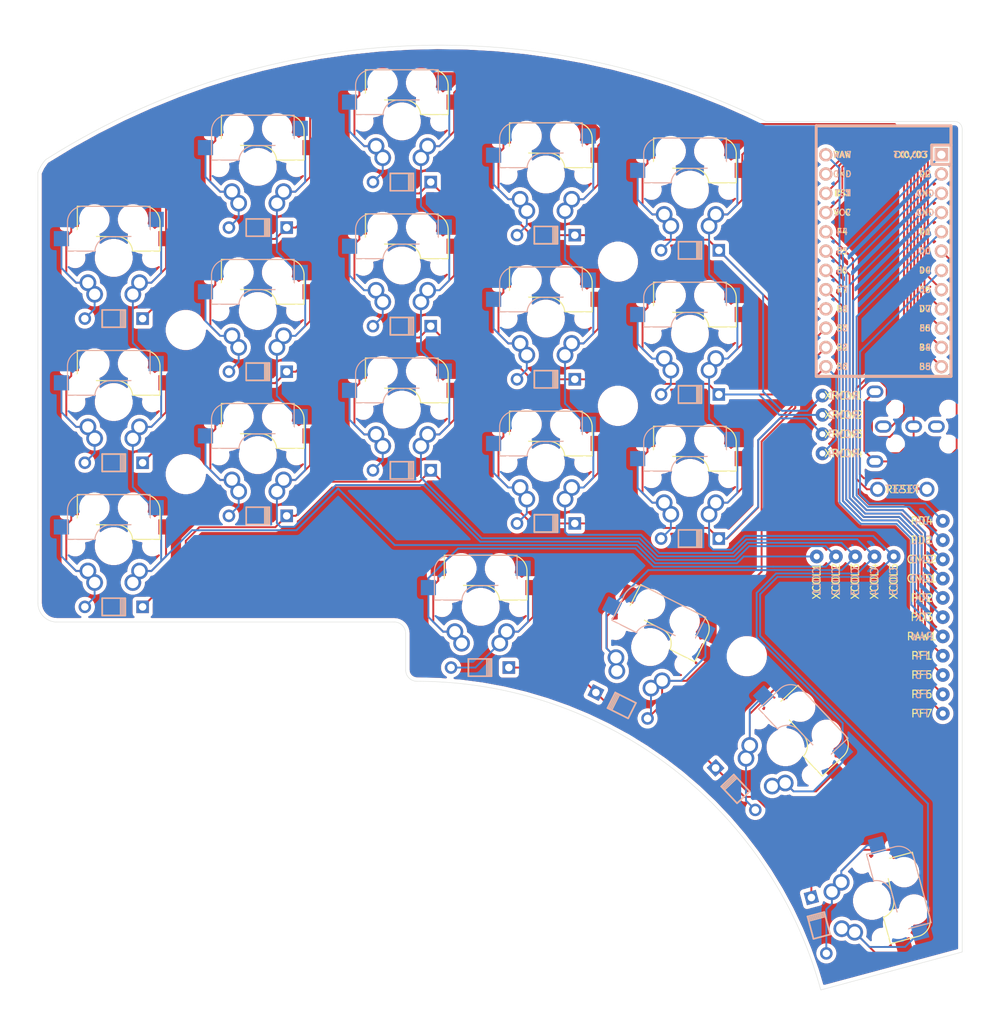
<source format=kicad_pcb>
(kicad_pcb (version 20171130) (host pcbnew 5.1.8)
  (layers (0 F.Cu signal) (31 B.Cu signal) (34 B.Paste user) (35 F.Paste user) (36 B.SilkS user) (37 F.SilkS user) (38 B.Mask user) (39 F.Mask user) (44 Edge.Cuts user))
  (net 0 "")
  (net 1 "Net-(D1-Pad2)")
  (net 2 "Net-(D2-Pad2)")
  (net 3 "Net-(D3-Pad2)")
  (net 4 "Net-(D5-Pad2)")
  (net 5 "Net-(D7-Pad2)")
  (net 6 "Net-(D10-Pad2)")
  (net 7 "Net-(D11-Pad2)")
  (net 8 "Net-(D12-Pad2)")
  (net 9 "Net-(D15-Pad2)")
  (net 10 "Net-(D17-Pad2)")
  (net 11 COL0)
  (net 12 COL1)
  (net 13 COL2)
  (net 14 COL3)
  (net 15 COL4)
  (net 16 "Net-(D4-Pad2)")
  (net 17 "Net-(D8-Pad2)")
  (net 18 "Net-(D9-Pad2)")
  (net 19 "Net-(D13-Pad2)")
  (net 20 "Net-(D14-Pad2)")
  (net 21 "Net-(D18-Pad2)")
  (net 22 ROW0)
  (net 23 ROW1)
  (net 24 ROW2)
  (net 25 ROW3)
  (net 26 "Net-(U1-Pad2)")
  (net 27 SDA)
  (net 28 "Net-(U1-Pad4)")
  (net 29 "Net-(D19-Pad2)")
  (net 30 "Net-(GND1-Pad1)")
  (net 31 "Net-(RAW1-Pad1)")
  (net 32 "Net-(GND2-Pad1)")
  (net 33 "Net-(PD1-Pad1)")
  (net 34 "Net-(PD2-Pad1)")
  (net 35 "Net-(PD3-Pad1)")
  (net 36 "Net-(PD4-Pad1)")
  (net 37 "Net-(PF1-Pad1)")
  (net 38 "Net-(PF5-Pad1)")
  (net 39 "Net-(PF6-Pad1)")
  (net 40 "Net-(PF7-Pad1)")
  (net 41 "Net-(D6-Pad2)")
  (net 42 "Net-(D20-Pad2)")
  (net 43 "Net-(SW21-Pad2)")
  (net 44 "Net-(SW21-Pad1)")
  (module footprints:1u-dual-socket (layer F.Cu) (at 118.6 103.5 313.4)
    (fp_text reference SW19 hide)
    (fp_text value switch hide)
    (pad 2 thru_hole circle (at 2.52 4.79 313.4) (size 2.2 2.2) (drill 1.5) (layers *.Cu *.Mask) (net 14 COL3))
    (pad 1 thru_hole circle (at -2.52 4.79 313.4) (size 2.2 2.2) (drill 1.5) (layers *.Cu *.Mask) (net 29 "Net-(D19-Pad2)"))
    (pad 1 thru_hole circle (at -3.405 3.27 342.4) (size 2.2 2.2) (drill 1.5) (layers *.Cu *.Mask) (net 29 "Net-(D19-Pad2)"))
    (pad 2 thru_hole circle (at 3.405 3.27 342.4) (size 2.2 2.2) (drill 1.5) (layers *.Cu *.Mask) (net 14 COL3))
    (pad 2 smd rect (at 6.9 -2.54 133.4) (size 2 2) (layers F.Cu F.Paste F.Mask) (net 14 COL3))
    (pad 2 smd rect (at 5.6 -5.08 133.4) (size 2 2) (layers B.Cu B.Paste B.Mask) (net 14 COL3))
    (pad 1 smd rect (at -6.9 -2.54 133.4) (size 2 2) (layers B.Cu B.Paste B.Mask) (net 29 "Net-(D19-Pad2)"))
    (pad 1 smd rect (at -5.6 -5.08 133.4) (size 2 2) (layers F.Cu F.Paste F.Mask) (net 29 "Net-(D19-Pad2)"))
    (pad HOLE np_thru_hole circle (at 5.08 0 313.4) (size 1.7 1.7) (drill 1.7) (layers *.Cu *.Mask))
    (pad HOLE np_thru_hole circle (at 3.81 -2.54 133.4) (size 3 3) (drill 3) (layers *.Cu *.Mask))
    (pad HOLE np_thru_hole circle (at 2.54 -5.08 133.4) (size 3 3) (drill 3) (layers *.Cu *.Mask))
    (pad HOLE np_thru_hole circle (at 0 0 43.4) (size 4 4) (drill 4) (layers *.Cu *.Mask))
    (pad HOLE np_thru_hole circle (at -5.08 0 313.4) (size 1.7 1.7) (drill 1.7) (layers *.Cu *.Mask))
    (pad HOLE np_thru_hole circle (at -3.81 -2.54 133.4) (size 3 3) (drill 3) (layers *.Cu *.Mask))
    (pad HOLE np_thru_hole circle (at -2.54 -5.08 133.4) (size 3 3) (drill 3) (layers *.Cu *.Mask))
  )
  (module footprints:1u-dual-socket (layer F.Cu) (at 130 123.75 285)
    (fp_text reference SW20 hide)
    (fp_text value switch hide)
    (pad 2 thru_hole circle (at 2.52 4.79 285) (size 2.2 2.2) (drill 1.5) (layers *.Cu *.Mask) (net 15 COL4))
    (pad 1 thru_hole circle (at -2.52 4.79 285) (size 2.2 2.2) (drill 1.5) (layers *.Cu *.Mask) (net 42 "Net-(D20-Pad2)"))
    (pad 1 thru_hole circle (at -3.405 3.27 314) (size 2.2 2.2) (drill 1.5) (layers *.Cu *.Mask) (net 42 "Net-(D20-Pad2)"))
    (pad 2 thru_hole circle (at 3.405 3.27 314) (size 2.2 2.2) (drill 1.5) (layers *.Cu *.Mask) (net 15 COL4))
    (pad 2 smd rect (at 6.9 -2.54 105) (size 2 2) (layers F.Cu F.Paste F.Mask) (net 15 COL4))
    (pad 2 smd rect (at 5.6 -5.08 105) (size 2 2) (layers B.Cu B.Paste B.Mask) (net 15 COL4))
    (pad 1 smd rect (at -6.9 -2.54 105) (size 2 2) (layers B.Cu B.Paste B.Mask) (net 42 "Net-(D20-Pad2)"))
    (pad 1 smd rect (at -5.6 -5.08 105) (size 2 2) (layers F.Cu F.Paste F.Mask) (net 42 "Net-(D20-Pad2)"))
    (pad HOLE np_thru_hole circle (at 5.08 0 285) (size 1.7 1.7) (drill 1.7) (layers *.Cu *.Mask))
    (pad HOLE np_thru_hole circle (at 3.81 -2.54 105) (size 3 3) (drill 3) (layers *.Cu *.Mask))
    (pad HOLE np_thru_hole circle (at 2.54 -5.08 105) (size 3 3) (drill 3) (layers *.Cu *.Mask))
    (pad HOLE np_thru_hole circle (at 0 0 15) (size 4 4) (drill 4) (layers *.Cu *.Mask))
    (pad HOLE np_thru_hole circle (at -5.08 0 285) (size 1.7 1.7) (drill 1.7) (layers *.Cu *.Mask))
    (pad HOLE np_thru_hole circle (at -3.81 -2.54 105) (size 3 3) (drill 3) (layers *.Cu *.Mask))
    (pad HOLE np_thru_hole circle (at -2.54 -5.08 105) (size 3 3) (drill 3) (layers *.Cu *.Mask))
  )
  (module footprints:diode (layer F.Cu) (at 123 127 105)
    (fp_text reference D20 hide)
    (fp_text value D hide)
    (pad 1 thru_hole rect (at 3.81 0 105) (size 1.651 1.651) (drill 0.9906) (layers *.Cu *.Mask) (net 25 ROW3))
    (pad 2 thru_hole circle (at -3.81 0 105) (size 1.651 1.651) (drill 0.9906) (layers *.Cu *.Mask) (net 42 "Net-(D20-Pad2)"))
  )
  (module footprints:wirepad (layer F.Cu) (at 123.475 64.77 90)
    (fp_text reference XROW4 (at 0 2.778) (layer F.SilkS))
    (fp_text value Conn_01x01 hide)
    (fp_text user ROW4 (at 0 2.778) (layer B.SilkS) (effects (justify mirror)))
    (pad 1 thru_hole circle (at 0 0 90) (size 1.8 1.8) (drill 0.8) (layers *.Cu *.Mask) (net 25 ROW3))
  )
  (module footprints:wirepad (layer F.Cu) (at 123.475 62.23 90)
    (fp_text reference XROW3 (at 0 2.778) (layer F.SilkS))
    (fp_text value Conn_01x01 hide)
    (fp_text user ROW3 (at 0 2.778) (layer B.SilkS) (effects (justify mirror)))
    (pad 1 thru_hole circle (at 0 0 90) (size 1.8 1.8) (drill 0.8) (layers *.Cu *.Mask) (net 24 ROW2))
  )
  (module footprints:wirepad (layer F.Cu) (at 123.475 59.69 90)
    (fp_text reference XROW2 (at 0 2.778) (layer F.SilkS))
    (fp_text value Conn_01x01 hide)
    (fp_text user ROW2 (at 0 2.778) (layer B.SilkS) (effects (justify mirror)))
    (pad 1 thru_hole circle (at 0 0 90) (size 1.8 1.8) (drill 0.8) (layers *.Cu *.Mask) (net 23 ROW1))
  )
  (module footprints:wirepad (layer F.Cu) (at 123.475 57.15 90)
    (fp_text reference XROW1 (at 0 2.778) (layer F.SilkS))
    (fp_text value Conn_01x01 hide)
    (fp_text user ROW1 (at 0 2.778) (layer B.SilkS) (effects (justify mirror)))
    (pad 1 thru_hole circle (at 0 0 90) (size 1.8 1.8) (drill 0.8) (layers *.Cu *.Mask) (net 22 ROW0))
  )
  (module footprints:wirepad (layer F.Cu) (at 132.873 78.359)
    (fp_text reference XCOL5 (at 0 3.278 270) (layer F.SilkS))
    (fp_text value Conn_01x01 hide)
    (fp_text user COL5 (at 0 3.278 270) (layer B.SilkS) (effects (justify mirror)))
    (pad 1 thru_hole circle (at 0 0) (size 1.8 1.8) (drill 0.8) (layers *.Cu *.Mask) (net 15 COL4))
  )
  (module footprints:wirepad (layer F.Cu) (at 130.333 78.359)
    (fp_text reference XCOL4 (at 0 3.278 270) (layer F.SilkS))
    (fp_text value Conn_01x01 hide)
    (fp_text user COL4 (at 0 3.278 270) (layer B.SilkS) (effects (justify mirror)))
    (pad 1 thru_hole circle (at 0 0) (size 1.8 1.8) (drill 0.8) (layers *.Cu *.Mask) (net 14 COL3))
  )
  (module footprints:wirepad (layer F.Cu) (at 127.793 78.359)
    (fp_text reference XCOL3 (at 0 3.278 90) (layer F.SilkS))
    (fp_text value Conn_01x01 hide)
    (fp_text user COL3 (at 0 3.278 270) (layer B.SilkS) (effects (justify mirror)))
    (pad 1 thru_hole circle (at 0 0) (size 1.8 1.8) (drill 0.8) (layers *.Cu *.Mask) (net 13 COL2))
  )
  (module footprints:wirepad (layer F.Cu) (at 125.253 78.359)
    (fp_text reference XCOL2 (at 0 3.278 270) (layer F.SilkS))
    (fp_text value Conn_01x01 hide)
    (fp_text user COL2 (at 0 3.278 270) (layer B.SilkS) (effects (justify mirror)))
    (pad 1 thru_hole circle (at 0 0) (size 1.8 1.8) (drill 0.8) (layers *.Cu *.Mask) (net 12 COL1))
  )
  (module footprints:wirepad (layer F.Cu) (at 122.713 78.359)
    (fp_text reference XCOL1 (at 0 3.278 270) (layer F.SilkS))
    (fp_text value Conn_01x01 hide)
    (fp_text user COL1 (at 0 3.278 90) (layer B.SilkS) (effects (justify mirror)))
    (pad 1 thru_hole circle (at 0 0) (size 1.8 1.8) (drill 0.8) (layers *.Cu *.Mask) (net 11 COL0))
  )
  (module footprints:wirepad (layer F.Cu) (at 139.35 88.9 270)
    (fp_text reference RAW1 (at 0 2.778) (layer F.SilkS))
    (fp_text value Conn_01x01 hide)
    (fp_text user RAW (at 0 2.778) (layer B.SilkS) (effects (justify mirror)))
    (pad 1 thru_hole circle (at 0 0 270) (size 1.8 1.8) (drill 0.8) (layers *.Cu *.Mask) (net 31 "Net-(RAW1-Pad1)"))
  )
  (module footprints:wirepad (layer F.Cu) (at 139.35 86.36 270)
    (fp_text reference PD3 (at 0 2.778) (layer F.SilkS))
    (fp_text value Conn_01x01 hide)
    (fp_text user TX (at 0 2.778) (layer B.SilkS) (effects (justify mirror)))
    (pad 1 thru_hole circle (at 0 0 270) (size 1.8 1.8) (drill 0.8) (layers *.Cu *.Mask) (net 35 "Net-(PD3-Pad1)"))
  )
  (module footprints:wirepad (layer F.Cu) (at 139.35 83.82 270)
    (fp_text reference PD2 (at 0 2.778) (layer F.SilkS))
    (fp_text value Conn_01x01 hide)
    (fp_text user RX (at 0 2.778) (layer B.SilkS) (effects (justify mirror)))
    (pad 1 thru_hole circle (at 0 0 270) (size 1.8 1.8) (drill 0.8) (layers *.Cu *.Mask) (net 34 "Net-(PD2-Pad1)"))
  )
  (module footprints:wirepad (layer F.Cu) (at 139.35 91.44 270)
    (fp_text reference PF1 (at 0 2.778) (layer F.SilkS))
    (fp_text value Conn_01x01 hide)
    (fp_text user F4 (at 0 2.778) (layer B.SilkS) (effects (justify mirror)))
    (pad 1 thru_hole circle (at 0 0 270) (size 1.8 1.8) (drill 0.8) (layers *.Cu *.Mask) (net 37 "Net-(PF1-Pad1)"))
  )
  (module footprints:wirepad (layer F.Cu) (at 139.35 93.98 270)
    (fp_text reference PF5 (at 0 2.778) (layer F.SilkS))
    (fp_text value Conn_01x01 hide)
    (fp_text user F5 (at 0 2.778) (layer B.SilkS) (effects (justify mirror)))
    (pad 1 thru_hole circle (at 0 0 270) (size 1.8 1.8) (drill 0.8) (layers *.Cu *.Mask) (net 38 "Net-(PF5-Pad1)"))
  )
  (module footprints:wirepad (layer F.Cu) (at 139.35 96.52 270)
    (fp_text reference PF6 (at 0 2.778) (layer F.SilkS))
    (fp_text value Conn_01x01 hide)
    (fp_text user F6 (at 0 2.778) (layer B.SilkS) (effects (justify mirror)))
    (pad 1 thru_hole circle (at 0 0 270) (size 1.8 1.8) (drill 0.8) (layers *.Cu *.Mask) (net 39 "Net-(PF6-Pad1)"))
  )
  (module footprints:wirepad (layer F.Cu) (at 139.35 76.2 270)
    (fp_text reference PD1 (at 0 2.778) (layer F.SilkS))
    (fp_text value Conn_01x01 hide)
    (fp_text user SCL (at 0 2.778) (layer B.SilkS) (effects (justify mirror)))
    (pad 1 thru_hole circle (at 0 0 270) (size 1.8 1.8) (drill 0.8) (layers *.Cu *.Mask) (net 33 "Net-(PD1-Pad1)"))
  )
  (module footprints:wirepad (layer F.Cu) (at 139.35 81.28 270)
    (fp_text reference GND1 (at 0 2.778) (layer F.SilkS))
    (fp_text value Conn_01x01 hide)
    (fp_text user GND (at 0 2.778) (layer B.SilkS) (effects (justify mirror)))
    (pad 1 thru_hole circle (at 0 0 270) (size 1.8 1.8) (drill 0.8) (layers *.Cu *.Mask) (net 30 "Net-(GND1-Pad1)"))
  )
  (module footprints:wirepad (layer F.Cu) (at 139.35 78.74 270)
    (fp_text reference GND2 (at 0 2.778) (layer F.SilkS))
    (fp_text value Conn_01x01 hide)
    (fp_text user GND (at 0 2.778) (layer B.SilkS) (effects (justify mirror)))
    (pad 1 thru_hole circle (at 0 0 270) (size 1.8 1.8) (drill 0.8) (layers *.Cu *.Mask) (net 32 "Net-(GND2-Pad1)"))
  )
  (module footprints:wirepad (layer F.Cu) (at 139.35 73.66 270)
    (fp_text reference PD4 (at 0 2.778) (layer F.SilkS))
    (fp_text value Conn_01x01 hide)
    (fp_text user D4 (at 0 2.778) (layer B.SilkS) (effects (justify mirror)))
    (pad 1 thru_hole circle (at 0 0 270) (size 1.8 1.8) (drill 0.8) (layers *.Cu *.Mask) (net 36 "Net-(PD4-Pad1)"))
  )
  (module footprints:wirepad (layer F.Cu) (at 139.35 99.06 270)
    (fp_text reference PF7 (at 0 2.778) (layer F.SilkS))
    (fp_text value Conn_01x01 hide)
    (fp_text user F7 (at 0 2.778) (layer B.SilkS) (effects (justify mirror)))
    (pad 1 thru_hole circle (at 0 0 270) (size 1.8 1.8) (drill 0.8) (layers *.Cu *.Mask) (net 40 "Net-(PF7-Pad1)"))
  )
  (module footprints:reset (layer F.Cu) (at 134 69.5 180)
    (fp_text reference SW21 hide)
    (fp_text value switch hide)
    (fp_text user RESET (at 0 0) (layer B.SilkS) (effects (justify mirror)))
    (fp_text user RESET (at 0 0) (layer F.SilkS))
    (pad 2 thru_hole circle (at -3.25 0 180) (size 2 2) (drill 1.3) (layers *.Cu *.Mask) (net 43 "Net-(SW21-Pad2)"))
    (pad 1 thru_hole circle (at 3.25 0 180) (size 2 2) (drill 1.3) (layers *.Cu *.Mask) (net 44 "Net-(SW21-Pad1)"))
  )
  (module footprints:hole-m2-pcb (layer F.Cu) (at 113.5 91.5)
    (fp_text reference Ref** hide)
    (fp_text value Val** hide)
    (pad "" np_thru_hole circle (at 0 0) (size 4.3 4.3) (drill 4.3) (layers *.Cu *.Mask))
  )
  (module footprints:hole-m2-pcb (layer F.Cu) (at 96.5 39.5)
    (fp_text reference Ref** hide)
    (fp_text value Val** hide)
    (pad "" np_thru_hole circle (at 0 0) (size 4.3 4.3) (drill 4.3) (layers *.Cu *.Mask))
  )
  (module footprints:hole-m2-pcb (layer F.Cu) (at 96.5 58.5)
    (fp_text reference Ref** hide)
    (fp_text value Val** hide)
    (pad "" np_thru_hole circle (at 0 0) (size 4.3 4.3) (drill 4.3) (layers *.Cu *.Mask))
  )
  (module footprints:hole-m2-pcb (layer F.Cu) (at 39.5 67.5)
    (fp_text reference Ref** hide)
    (fp_text value Val** hide)
    (pad "" np_thru_hole circle (at 0 0) (size 4.3 4.3) (drill 4.3) (layers *.Cu *.Mask))
  )
  (module footprints:hole-m2-pcb (layer F.Cu) (at 39.5 48.5)
    (fp_text reference Ref** hide)
    (fp_text value Val** hide)
    (pad "" np_thru_hole circle (at 0 0) (size 4.3 4.3) (drill 4.3) (layers *.Cu *.Mask))
  )
  (module footprints:diode (layer F.Cu) (at 97 98 153.4)
    (fp_text reference D18 hide)
    (fp_text value D hide)
    (pad 1 thru_hole rect (at 3.81 0 153.4) (size 1.651 1.651) (drill 0.9906) (layers *.Cu *.Mask) (net 25 ROW3))
    (pad 2 thru_hole circle (at -3.81 0 153.4) (size 1.651 1.651) (drill 0.9906) (layers *.Cu *.Mask) (net 21 "Net-(D18-Pad2)"))
  )
  (module footprints:1u-dual-socket (layer F.Cu) (at 106 68)
    (fp_text reference SW15 hide)
    (fp_text value switch hide)
    (pad 2 thru_hole circle (at 2.52 4.79) (size 2.2 2.2) (drill 1.5) (layers *.Cu *.Mask) (net 15 COL4))
    (pad 1 thru_hole circle (at -2.52 4.79) (size 2.2 2.2) (drill 1.5) (layers *.Cu *.Mask) (net 9 "Net-(D15-Pad2)"))
    (pad 1 thru_hole circle (at -3.405 3.27 29) (size 2.2 2.2) (drill 1.5) (layers *.Cu *.Mask) (net 9 "Net-(D15-Pad2)"))
    (pad 2 thru_hole circle (at 3.405 3.27 29) (size 2.2 2.2) (drill 1.5) (layers *.Cu *.Mask) (net 15 COL4))
    (pad 2 smd rect (at 6.9 -2.54 180) (size 2 2) (layers F.Cu F.Paste F.Mask) (net 15 COL4))
    (pad 2 smd rect (at 5.6 -5.08 180) (size 2 2) (layers B.Cu B.Paste B.Mask) (net 15 COL4))
    (pad 1 smd rect (at -6.9 -2.54 180) (size 2 2) (layers B.Cu B.Paste B.Mask) (net 9 "Net-(D15-Pad2)"))
    (pad 1 smd rect (at -5.6 -5.08 180) (size 2 2) (layers F.Cu F.Paste F.Mask) (net 9 "Net-(D15-Pad2)"))
    (pad HOLE np_thru_hole circle (at 5.08 0) (size 1.7 1.7) (drill 1.7) (layers *.Cu *.Mask))
    (pad HOLE np_thru_hole circle (at 3.81 -2.54 180) (size 3 3) (drill 3) (layers *.Cu *.Mask))
    (pad HOLE np_thru_hole circle (at 2.54 -5.08 180) (size 3 3) (drill 3) (layers *.Cu *.Mask))
    (pad HOLE np_thru_hole circle (at 0 0 90) (size 4 4) (drill 4) (layers *.Cu *.Mask))
    (pad HOLE np_thru_hole circle (at -5.08 0) (size 1.7 1.7) (drill 1.7) (layers *.Cu *.Mask))
    (pad HOLE np_thru_hole circle (at -3.81 -2.54 180) (size 3 3) (drill 3) (layers *.Cu *.Mask))
    (pad HOLE np_thru_hole circle (at -2.54 -5.08 180) (size 3 3) (drill 3) (layers *.Cu *.Mask))
  )
  (module footprints:1u-dual-socket (layer F.Cu) (at 106 49)
    (fp_text reference SW10 hide)
    (fp_text value switch hide)
    (pad 2 thru_hole circle (at 2.52 4.79) (size 2.2 2.2) (drill 1.5) (layers *.Cu *.Mask) (net 15 COL4))
    (pad 1 thru_hole circle (at -2.52 4.79) (size 2.2 2.2) (drill 1.5) (layers *.Cu *.Mask) (net 6 "Net-(D10-Pad2)"))
    (pad 1 thru_hole circle (at -3.405 3.27 29) (size 2.2 2.2) (drill 1.5) (layers *.Cu *.Mask) (net 6 "Net-(D10-Pad2)"))
    (pad 2 thru_hole circle (at 3.405 3.27 29) (size 2.2 2.2) (drill 1.5) (layers *.Cu *.Mask) (net 15 COL4))
    (pad 2 smd rect (at 6.9 -2.54 180) (size 2 2) (layers F.Cu F.Paste F.Mask) (net 15 COL4))
    (pad 2 smd rect (at 5.6 -5.08 180) (size 2 2) (layers B.Cu B.Paste B.Mask) (net 15 COL4))
    (pad 1 smd rect (at -6.9 -2.54 180) (size 2 2) (layers B.Cu B.Paste B.Mask) (net 6 "Net-(D10-Pad2)"))
    (pad 1 smd rect (at -5.6 -5.08 180) (size 2 2) (layers F.Cu F.Paste F.Mask) (net 6 "Net-(D10-Pad2)"))
    (pad HOLE np_thru_hole circle (at 5.08 0) (size 1.7 1.7) (drill 1.7) (layers *.Cu *.Mask))
    (pad HOLE np_thru_hole circle (at 3.81 -2.54 180) (size 3 3) (drill 3) (layers *.Cu *.Mask))
    (pad HOLE np_thru_hole circle (at 2.54 -5.08 180) (size 3 3) (drill 3) (layers *.Cu *.Mask))
    (pad HOLE np_thru_hole circle (at 0 0 90) (size 4 4) (drill 4) (layers *.Cu *.Mask))
    (pad HOLE np_thru_hole circle (at -5.08 0) (size 1.7 1.7) (drill 1.7) (layers *.Cu *.Mask))
    (pad HOLE np_thru_hole circle (at -3.81 -2.54 180) (size 3 3) (drill 3) (layers *.Cu *.Mask))
    (pad HOLE np_thru_hole circle (at -2.54 -5.08 180) (size 3 3) (drill 3) (layers *.Cu *.Mask))
  )
  (module footprints:1u-dual-socket (layer F.Cu) (at 106 30)
    (fp_text reference SW5 hide)
    (fp_text value switch hide)
    (pad 2 thru_hole circle (at 2.52 4.79) (size 2.2 2.2) (drill 1.5) (layers *.Cu *.Mask) (net 15 COL4))
    (pad 1 thru_hole circle (at -2.52 4.79) (size 2.2 2.2) (drill 1.5) (layers *.Cu *.Mask) (net 4 "Net-(D5-Pad2)"))
    (pad 1 thru_hole circle (at -3.405 3.27 29) (size 2.2 2.2) (drill 1.5) (layers *.Cu *.Mask) (net 4 "Net-(D5-Pad2)"))
    (pad 2 thru_hole circle (at 3.405 3.27 29) (size 2.2 2.2) (drill 1.5) (layers *.Cu *.Mask) (net 15 COL4))
    (pad 2 smd rect (at 6.9 -2.54 180) (size 2 2) (layers F.Cu F.Paste F.Mask) (net 15 COL4))
    (pad 2 smd rect (at 5.6 -5.08 180) (size 2 2) (layers B.Cu B.Paste B.Mask) (net 15 COL4))
    (pad 1 smd rect (at -6.9 -2.54 180) (size 2 2) (layers B.Cu B.Paste B.Mask) (net 4 "Net-(D5-Pad2)"))
    (pad 1 smd rect (at -5.6 -5.08 180) (size 2 2) (layers F.Cu F.Paste F.Mask) (net 4 "Net-(D5-Pad2)"))
    (pad HOLE np_thru_hole circle (at 5.08 0) (size 1.7 1.7) (drill 1.7) (layers *.Cu *.Mask))
    (pad HOLE np_thru_hole circle (at 3.81 -2.54 180) (size 3 3) (drill 3) (layers *.Cu *.Mask))
    (pad HOLE np_thru_hole circle (at 2.54 -5.08 180) (size 3 3) (drill 3) (layers *.Cu *.Mask))
    (pad HOLE np_thru_hole circle (at 0 0 90) (size 4 4) (drill 4) (layers *.Cu *.Mask))
    (pad HOLE np_thru_hole circle (at -5.08 0) (size 1.7 1.7) (drill 1.7) (layers *.Cu *.Mask))
    (pad HOLE np_thru_hole circle (at -3.81 -2.54 180) (size 3 3) (drill 3) (layers *.Cu *.Mask))
    (pad HOLE np_thru_hole circle (at -2.54 -5.08 180) (size 3 3) (drill 3) (layers *.Cu *.Mask))
  )
  (module footprints:1u-dual-socket (layer F.Cu) (at 100.75 90.3 333.4)
    (fp_text reference SW18 hide)
    (fp_text value switch hide)
    (pad 2 thru_hole circle (at 2.52 4.79 333.4) (size 2.2 2.2) (drill 1.5) (layers *.Cu *.Mask) (net 21 "Net-(D18-Pad2)"))
    (pad 1 thru_hole circle (at -2.52 4.79 333.4) (size 2.2 2.2) (drill 1.5) (layers *.Cu *.Mask) (net 13 COL2))
    (pad 1 thru_hole circle (at -3.405 3.27 2.4) (size 2.2 2.2) (drill 1.5) (layers *.Cu *.Mask) (net 13 COL2))
    (pad 2 thru_hole circle (at 3.405 3.27 2.4) (size 2.2 2.2) (drill 1.5) (layers *.Cu *.Mask) (net 21 "Net-(D18-Pad2)"))
    (pad 2 smd rect (at 6.9 -2.54 153.4) (size 2 2) (layers F.Cu F.Paste F.Mask) (net 21 "Net-(D18-Pad2)"))
    (pad 2 smd rect (at 5.6 -5.08 153.4) (size 2 2) (layers B.Cu B.Paste B.Mask) (net 21 "Net-(D18-Pad2)"))
    (pad 1 smd rect (at -6.9 -2.54 153.4) (size 2 2) (layers B.Cu B.Paste B.Mask) (net 13 COL2))
    (pad 1 smd rect (at -5.6 -5.08 153.4) (size 2 2) (layers F.Cu F.Paste F.Mask) (net 13 COL2))
    (pad HOLE np_thru_hole circle (at 5.08 0 333.4) (size 1.7 1.7) (drill 1.7) (layers *.Cu *.Mask))
    (pad HOLE np_thru_hole circle (at 3.81 -2.54 153.4) (size 3 3) (drill 3) (layers *.Cu *.Mask))
    (pad HOLE np_thru_hole circle (at 2.54 -5.08 153.4) (size 3 3) (drill 3) (layers *.Cu *.Mask))
    (pad HOLE np_thru_hole circle (at 0 0 63.4) (size 4 4) (drill 4) (layers *.Cu *.Mask))
    (pad HOLE np_thru_hole circle (at -5.08 0 333.4) (size 1.7 1.7) (drill 1.7) (layers *.Cu *.Mask))
    (pad HOLE np_thru_hole circle (at -3.81 -2.54 153.4) (size 3 3) (drill 3) (layers *.Cu *.Mask))
    (pad HOLE np_thru_hole circle (at -2.54 -5.08 153.4) (size 3 3) (drill 3) (layers *.Cu *.Mask))
  )
  (module footprints:1u-dual-socket (layer F.Cu) (at 87 66)
    (fp_text reference SW14 hide)
    (fp_text value switch hide)
    (pad 2 thru_hole circle (at 2.52 4.79) (size 2.2 2.2) (drill 1.5) (layers *.Cu *.Mask) (net 14 COL3))
    (pad 1 thru_hole circle (at -2.52 4.79) (size 2.2 2.2) (drill 1.5) (layers *.Cu *.Mask) (net 20 "Net-(D14-Pad2)"))
    (pad 1 thru_hole circle (at -3.405 3.27 29) (size 2.2 2.2) (drill 1.5) (layers *.Cu *.Mask) (net 20 "Net-(D14-Pad2)"))
    (pad 2 thru_hole circle (at 3.405 3.27 29) (size 2.2 2.2) (drill 1.5) (layers *.Cu *.Mask) (net 14 COL3))
    (pad 2 smd rect (at 6.9 -2.54 180) (size 2 2) (layers F.Cu F.Paste F.Mask) (net 14 COL3))
    (pad 2 smd rect (at 5.6 -5.08 180) (size 2 2) (layers B.Cu B.Paste B.Mask) (net 14 COL3))
    (pad 1 smd rect (at -6.9 -2.54 180) (size 2 2) (layers B.Cu B.Paste B.Mask) (net 20 "Net-(D14-Pad2)"))
    (pad 1 smd rect (at -5.6 -5.08 180) (size 2 2) (layers F.Cu F.Paste F.Mask) (net 20 "Net-(D14-Pad2)"))
    (pad HOLE np_thru_hole circle (at 5.08 0) (size 1.7 1.7) (drill 1.7) (layers *.Cu *.Mask))
    (pad HOLE np_thru_hole circle (at 3.81 -2.54 180) (size 3 3) (drill 3) (layers *.Cu *.Mask))
    (pad HOLE np_thru_hole circle (at 2.54 -5.08 180) (size 3 3) (drill 3) (layers *.Cu *.Mask))
    (pad HOLE np_thru_hole circle (at 0 0 90) (size 4 4) (drill 4) (layers *.Cu *.Mask))
    (pad HOLE np_thru_hole circle (at -5.08 0) (size 1.7 1.7) (drill 1.7) (layers *.Cu *.Mask))
    (pad HOLE np_thru_hole circle (at -3.81 -2.54 180) (size 3 3) (drill 3) (layers *.Cu *.Mask))
    (pad HOLE np_thru_hole circle (at -2.54 -5.08 180) (size 3 3) (drill 3) (layers *.Cu *.Mask))
  )
  (module footprints:1u-dual-socket (layer F.Cu) (at 87 47)
    (fp_text reference SW9 hide)
    (fp_text value switch hide)
    (pad 2 thru_hole circle (at 2.52 4.79) (size 2.2 2.2) (drill 1.5) (layers *.Cu *.Mask) (net 14 COL3))
    (pad 1 thru_hole circle (at -2.52 4.79) (size 2.2 2.2) (drill 1.5) (layers *.Cu *.Mask) (net 18 "Net-(D9-Pad2)"))
    (pad 1 thru_hole circle (at -3.405 3.27 29) (size 2.2 2.2) (drill 1.5) (layers *.Cu *.Mask) (net 18 "Net-(D9-Pad2)"))
    (pad 2 thru_hole circle (at 3.405 3.27 29) (size 2.2 2.2) (drill 1.5) (layers *.Cu *.Mask) (net 14 COL3))
    (pad 2 smd rect (at 6.9 -2.54 180) (size 2 2) (layers F.Cu F.Paste F.Mask) (net 14 COL3))
    (pad 2 smd rect (at 5.6 -5.08 180) (size 2 2) (layers B.Cu B.Paste B.Mask) (net 14 COL3))
    (pad 1 smd rect (at -6.9 -2.54 180) (size 2 2) (layers B.Cu B.Paste B.Mask) (net 18 "Net-(D9-Pad2)"))
    (pad 1 smd rect (at -5.6 -5.08 180) (size 2 2) (layers F.Cu F.Paste F.Mask) (net 18 "Net-(D9-Pad2)"))
    (pad HOLE np_thru_hole circle (at 5.08 0) (size 1.7 1.7) (drill 1.7) (layers *.Cu *.Mask))
    (pad HOLE np_thru_hole circle (at 3.81 -2.54 180) (size 3 3) (drill 3) (layers *.Cu *.Mask))
    (pad HOLE np_thru_hole circle (at 2.54 -5.08 180) (size 3 3) (drill 3) (layers *.Cu *.Mask))
    (pad HOLE np_thru_hole circle (at 0 0 90) (size 4 4) (drill 4) (layers *.Cu *.Mask))
    (pad HOLE np_thru_hole circle (at -5.08 0) (size 1.7 1.7) (drill 1.7) (layers *.Cu *.Mask))
    (pad HOLE np_thru_hole circle (at -3.81 -2.54 180) (size 3 3) (drill 3) (layers *.Cu *.Mask))
    (pad HOLE np_thru_hole circle (at -2.54 -5.08 180) (size 3 3) (drill 3) (layers *.Cu *.Mask))
  )
  (module footprints:1u-dual-socket (layer F.Cu) (at 87 28)
    (fp_text reference SW4 hide)
    (fp_text value switch hide)
    (pad 2 thru_hole circle (at 2.52 4.79) (size 2.2 2.2) (drill 1.5) (layers *.Cu *.Mask) (net 14 COL3))
    (pad 1 thru_hole circle (at -2.52 4.79) (size 2.2 2.2) (drill 1.5) (layers *.Cu *.Mask) (net 16 "Net-(D4-Pad2)"))
    (pad 1 thru_hole circle (at -3.405 3.27 29) (size 2.2 2.2) (drill 1.5) (layers *.Cu *.Mask) (net 16 "Net-(D4-Pad2)"))
    (pad 2 thru_hole circle (at 3.405 3.27 29) (size 2.2 2.2) (drill 1.5) (layers *.Cu *.Mask) (net 14 COL3))
    (pad 2 smd rect (at 6.9 -2.54 180) (size 2 2) (layers F.Cu F.Paste F.Mask) (net 14 COL3))
    (pad 2 smd rect (at 5.6 -5.08 180) (size 2 2) (layers B.Cu B.Paste B.Mask) (net 14 COL3))
    (pad 1 smd rect (at -6.9 -2.54 180) (size 2 2) (layers B.Cu B.Paste B.Mask) (net 16 "Net-(D4-Pad2)"))
    (pad 1 smd rect (at -5.6 -5.08 180) (size 2 2) (layers F.Cu F.Paste F.Mask) (net 16 "Net-(D4-Pad2)"))
    (pad HOLE np_thru_hole circle (at 5.08 0) (size 1.7 1.7) (drill 1.7) (layers *.Cu *.Mask))
    (pad HOLE np_thru_hole circle (at 3.81 -2.54 180) (size 3 3) (drill 3) (layers *.Cu *.Mask))
    (pad HOLE np_thru_hole circle (at 2.54 -5.08 180) (size 3 3) (drill 3) (layers *.Cu *.Mask))
    (pad HOLE np_thru_hole circle (at 0 0 90) (size 4 4) (drill 4) (layers *.Cu *.Mask))
    (pad HOLE np_thru_hole circle (at -5.08 0) (size 1.7 1.7) (drill 1.7) (layers *.Cu *.Mask))
    (pad HOLE np_thru_hole circle (at -3.81 -2.54 180) (size 3 3) (drill 3) (layers *.Cu *.Mask))
    (pad HOLE np_thru_hole circle (at -2.54 -5.08 180) (size 3 3) (drill 3) (layers *.Cu *.Mask))
  )
  (module footprints:1u-dual-socket (layer F.Cu) (at 78.4 85)
    (fp_text reference SW17 hide)
    (fp_text value switch hide)
    (pad 2 thru_hole circle (at 2.52 4.79) (size 2.2 2.2) (drill 1.5) (layers *.Cu *.Mask) (net 10 "Net-(D17-Pad2)"))
    (pad 1 thru_hole circle (at -2.52 4.79) (size 2.2 2.2) (drill 1.5) (layers *.Cu *.Mask) (net 12 COL1))
    (pad 1 thru_hole circle (at -3.405 3.27 29) (size 2.2 2.2) (drill 1.5) (layers *.Cu *.Mask) (net 12 COL1))
    (pad 2 thru_hole circle (at 3.405 3.27 29) (size 2.2 2.2) (drill 1.5) (layers *.Cu *.Mask) (net 10 "Net-(D17-Pad2)"))
    (pad 2 smd rect (at 6.9 -2.54 180) (size 2 2) (layers F.Cu F.Paste F.Mask) (net 10 "Net-(D17-Pad2)"))
    (pad 2 smd rect (at 5.6 -5.08 180) (size 2 2) (layers B.Cu B.Paste B.Mask) (net 10 "Net-(D17-Pad2)"))
    (pad 1 smd rect (at -6.9 -2.54 180) (size 2 2) (layers B.Cu B.Paste B.Mask) (net 12 COL1))
    (pad 1 smd rect (at -5.6 -5.08 180) (size 2 2) (layers F.Cu F.Paste F.Mask) (net 12 COL1))
    (pad HOLE np_thru_hole circle (at 5.08 0) (size 1.7 1.7) (drill 1.7) (layers *.Cu *.Mask))
    (pad HOLE np_thru_hole circle (at 3.81 -2.54 180) (size 3 3) (drill 3) (layers *.Cu *.Mask))
    (pad HOLE np_thru_hole circle (at 2.54 -5.08 180) (size 3 3) (drill 3) (layers *.Cu *.Mask))
    (pad HOLE np_thru_hole circle (at 0 0 90) (size 4 4) (drill 4) (layers *.Cu *.Mask))
    (pad HOLE np_thru_hole circle (at -5.08 0) (size 1.7 1.7) (drill 1.7) (layers *.Cu *.Mask))
    (pad HOLE np_thru_hole circle (at -3.81 -2.54 180) (size 3 3) (drill 3) (layers *.Cu *.Mask))
    (pad HOLE np_thru_hole circle (at -2.54 -5.08 180) (size 3 3) (drill 3) (layers *.Cu *.Mask))
  )
  (module footprints:1u-dual-socket (layer F.Cu) (at 68 59)
    (fp_text reference SW13 hide)
    (fp_text value switch hide)
    (pad 2 thru_hole circle (at 2.52 4.79) (size 2.2 2.2) (drill 1.5) (layers *.Cu *.Mask) (net 13 COL2))
    (pad 1 thru_hole circle (at -2.52 4.79) (size 2.2 2.2) (drill 1.5) (layers *.Cu *.Mask) (net 19 "Net-(D13-Pad2)"))
    (pad 1 thru_hole circle (at -3.405 3.27 29) (size 2.2 2.2) (drill 1.5) (layers *.Cu *.Mask) (net 19 "Net-(D13-Pad2)"))
    (pad 2 thru_hole circle (at 3.405 3.27 29) (size 2.2 2.2) (drill 1.5) (layers *.Cu *.Mask) (net 13 COL2))
    (pad 2 smd rect (at 6.9 -2.54 180) (size 2 2) (layers F.Cu F.Paste F.Mask) (net 13 COL2))
    (pad 2 smd rect (at 5.6 -5.08 180) (size 2 2) (layers B.Cu B.Paste B.Mask) (net 13 COL2))
    (pad 1 smd rect (at -6.9 -2.54 180) (size 2 2) (layers B.Cu B.Paste B.Mask) (net 19 "Net-(D13-Pad2)"))
    (pad 1 smd rect (at -5.6 -5.08 180) (size 2 2) (layers F.Cu F.Paste F.Mask) (net 19 "Net-(D13-Pad2)"))
    (pad HOLE np_thru_hole circle (at 5.08 0) (size 1.7 1.7) (drill 1.7) (layers *.Cu *.Mask))
    (pad HOLE np_thru_hole circle (at 3.81 -2.54 180) (size 3 3) (drill 3) (layers *.Cu *.Mask))
    (pad HOLE np_thru_hole circle (at 2.54 -5.08 180) (size 3 3) (drill 3) (layers *.Cu *.Mask))
    (pad HOLE np_thru_hole circle (at 0 0 90) (size 4 4) (drill 4) (layers *.Cu *.Mask))
    (pad HOLE np_thru_hole circle (at -5.08 0) (size 1.7 1.7) (drill 1.7) (layers *.Cu *.Mask))
    (pad HOLE np_thru_hole circle (at -3.81 -2.54 180) (size 3 3) (drill 3) (layers *.Cu *.Mask))
    (pad HOLE np_thru_hole circle (at -2.54 -5.08 180) (size 3 3) (drill 3) (layers *.Cu *.Mask))
  )
  (module footprints:1u-dual-socket (layer F.Cu) (at 68 40)
    (fp_text reference SW8 hide)
    (fp_text value switch hide)
    (pad 2 thru_hole circle (at 2.52 4.79) (size 2.2 2.2) (drill 1.5) (layers *.Cu *.Mask) (net 13 COL2))
    (pad 1 thru_hole circle (at -2.52 4.79) (size 2.2 2.2) (drill 1.5) (layers *.Cu *.Mask) (net 17 "Net-(D8-Pad2)"))
    (pad 1 thru_hole circle (at -3.405 3.27 29) (size 2.2 2.2) (drill 1.5) (layers *.Cu *.Mask) (net 17 "Net-(D8-Pad2)"))
    (pad 2 thru_hole circle (at 3.405 3.27 29) (size 2.2 2.2) (drill 1.5) (layers *.Cu *.Mask) (net 13 COL2))
    (pad 2 smd rect (at 6.9 -2.54 180) (size 2 2) (layers F.Cu F.Paste F.Mask) (net 13 COL2))
    (pad 2 smd rect (at 5.6 -5.08 180) (size 2 2) (layers B.Cu B.Paste B.Mask) (net 13 COL2))
    (pad 1 smd rect (at -6.9 -2.54 180) (size 2 2) (layers B.Cu B.Paste B.Mask) (net 17 "Net-(D8-Pad2)"))
    (pad 1 smd rect (at -5.6 -5.08 180) (size 2 2) (layers F.Cu F.Paste F.Mask) (net 17 "Net-(D8-Pad2)"))
    (pad HOLE np_thru_hole circle (at 5.08 0) (size 1.7 1.7) (drill 1.7) (layers *.Cu *.Mask))
    (pad HOLE np_thru_hole circle (at 3.81 -2.54 180) (size 3 3) (drill 3) (layers *.Cu *.Mask))
    (pad HOLE np_thru_hole circle (at 2.54 -5.08 180) (size 3 3) (drill 3) (layers *.Cu *.Mask))
    (pad HOLE np_thru_hole circle (at 0 0 90) (size 4 4) (drill 4) (layers *.Cu *.Mask))
    (pad HOLE np_thru_hole circle (at -5.08 0) (size 1.7 1.7) (drill 1.7) (layers *.Cu *.Mask))
    (pad HOLE np_thru_hole circle (at -3.81 -2.54 180) (size 3 3) (drill 3) (layers *.Cu *.Mask))
    (pad HOLE np_thru_hole circle (at -2.54 -5.08 180) (size 3 3) (drill 3) (layers *.Cu *.Mask))
  )
  (module footprints:1u-dual-socket (layer F.Cu) (at 68 21)
    (fp_text reference SW3 hide)
    (fp_text value switch hide)
    (pad 2 thru_hole circle (at 2.52 4.79) (size 2.2 2.2) (drill 1.5) (layers *.Cu *.Mask) (net 13 COL2))
    (pad 1 thru_hole circle (at -2.52 4.79) (size 2.2 2.2) (drill 1.5) (layers *.Cu *.Mask) (net 3 "Net-(D3-Pad2)"))
    (pad 1 thru_hole circle (at -3.405 3.27 29) (size 2.2 2.2) (drill 1.5) (layers *.Cu *.Mask) (net 3 "Net-(D3-Pad2)"))
    (pad 2 thru_hole circle (at 3.405 3.27 29) (size 2.2 2.2) (drill 1.5) (layers *.Cu *.Mask) (net 13 COL2))
    (pad 2 smd rect (at 6.9 -2.54 180) (size 2 2) (layers F.Cu F.Paste F.Mask) (net 13 COL2))
    (pad 2 smd rect (at 5.6 -5.08 180) (size 2 2) (layers B.Cu B.Paste B.Mask) (net 13 COL2))
    (pad 1 smd rect (at -6.9 -2.54 180) (size 2 2) (layers B.Cu B.Paste B.Mask) (net 3 "Net-(D3-Pad2)"))
    (pad 1 smd rect (at -5.6 -5.08 180) (size 2 2) (layers F.Cu F.Paste F.Mask) (net 3 "Net-(D3-Pad2)"))
    (pad HOLE np_thru_hole circle (at 5.08 0) (size 1.7 1.7) (drill 1.7) (layers *.Cu *.Mask))
    (pad HOLE np_thru_hole circle (at 3.81 -2.54 180) (size 3 3) (drill 3) (layers *.Cu *.Mask))
    (pad HOLE np_thru_hole circle (at 2.54 -5.08 180) (size 3 3) (drill 3) (layers *.Cu *.Mask))
    (pad HOLE np_thru_hole circle (at 0 0 90) (size 4 4) (drill 4) (layers *.Cu *.Mask))
    (pad HOLE np_thru_hole circle (at -5.08 0) (size 1.7 1.7) (drill 1.7) (layers *.Cu *.Mask))
    (pad HOLE np_thru_hole circle (at -3.81 -2.54 180) (size 3 3) (drill 3) (layers *.Cu *.Mask))
    (pad HOLE np_thru_hole circle (at -2.54 -5.08 180) (size 3 3) (drill 3) (layers *.Cu *.Mask))
  )
  (module footprints:1u-dual-socket (layer F.Cu) (at 49 65)
    (fp_text reference SW12 hide)
    (fp_text value switch hide)
    (pad 2 thru_hole circle (at 2.52 4.79) (size 2.2 2.2) (drill 1.5) (layers *.Cu *.Mask) (net 12 COL1))
    (pad 1 thru_hole circle (at -2.52 4.79) (size 2.2 2.2) (drill 1.5) (layers *.Cu *.Mask) (net 8 "Net-(D12-Pad2)"))
    (pad 1 thru_hole circle (at -3.405 3.27 29) (size 2.2 2.2) (drill 1.5) (layers *.Cu *.Mask) (net 8 "Net-(D12-Pad2)"))
    (pad 2 thru_hole circle (at 3.405 3.27 29) (size 2.2 2.2) (drill 1.5) (layers *.Cu *.Mask) (net 12 COL1))
    (pad 2 smd rect (at 6.9 -2.54 180) (size 2 2) (layers F.Cu F.Paste F.Mask) (net 12 COL1))
    (pad 2 smd rect (at 5.6 -5.08 180) (size 2 2) (layers B.Cu B.Paste B.Mask) (net 12 COL1))
    (pad 1 smd rect (at -6.9 -2.54 180) (size 2 2) (layers B.Cu B.Paste B.Mask) (net 8 "Net-(D12-Pad2)"))
    (pad 1 smd rect (at -5.6 -5.08 180) (size 2 2) (layers F.Cu F.Paste F.Mask) (net 8 "Net-(D12-Pad2)"))
    (pad HOLE np_thru_hole circle (at 5.08 0) (size 1.7 1.7) (drill 1.7) (layers *.Cu *.Mask))
    (pad HOLE np_thru_hole circle (at 3.81 -2.54 180) (size 3 3) (drill 3) (layers *.Cu *.Mask))
    (pad HOLE np_thru_hole circle (at 2.54 -5.08 180) (size 3 3) (drill 3) (layers *.Cu *.Mask))
    (pad HOLE np_thru_hole circle (at 0 0 90) (size 4 4) (drill 4) (layers *.Cu *.Mask))
    (pad HOLE np_thru_hole circle (at -5.08 0) (size 1.7 1.7) (drill 1.7) (layers *.Cu *.Mask))
    (pad HOLE np_thru_hole circle (at -3.81 -2.54 180) (size 3 3) (drill 3) (layers *.Cu *.Mask))
    (pad HOLE np_thru_hole circle (at -2.54 -5.08 180) (size 3 3) (drill 3) (layers *.Cu *.Mask))
  )
  (module footprints:1u-dual-socket (layer F.Cu) (at 49 46)
    (fp_text reference SW7 hide)
    (fp_text value switch hide)
    (pad 2 thru_hole circle (at 2.52 4.79) (size 2.2 2.2) (drill 1.5) (layers *.Cu *.Mask) (net 12 COL1))
    (pad 1 thru_hole circle (at -2.52 4.79) (size 2.2 2.2) (drill 1.5) (layers *.Cu *.Mask) (net 5 "Net-(D7-Pad2)"))
    (pad 1 thru_hole circle (at -3.405 3.27 29) (size 2.2 2.2) (drill 1.5) (layers *.Cu *.Mask) (net 5 "Net-(D7-Pad2)"))
    (pad 2 thru_hole circle (at 3.405 3.27 29) (size 2.2 2.2) (drill 1.5) (layers *.Cu *.Mask) (net 12 COL1))
    (pad 2 smd rect (at 6.9 -2.54 180) (size 2 2) (layers F.Cu F.Paste F.Mask) (net 12 COL1))
    (pad 2 smd rect (at 5.6 -5.08 180) (size 2 2) (layers B.Cu B.Paste B.Mask) (net 12 COL1))
    (pad 1 smd rect (at -6.9 -2.54 180) (size 2 2) (layers B.Cu B.Paste B.Mask) (net 5 "Net-(D7-Pad2)"))
    (pad 1 smd rect (at -5.6 -5.08 180) (size 2 2) (layers F.Cu F.Paste F.Mask) (net 5 "Net-(D7-Pad2)"))
    (pad HOLE np_thru_hole circle (at 5.08 0) (size 1.7 1.7) (drill 1.7) (layers *.Cu *.Mask))
    (pad HOLE np_thru_hole circle (at 3.81 -2.54 180) (size 3 3) (drill 3) (layers *.Cu *.Mask))
    (pad HOLE np_thru_hole circle (at 2.54 -5.08 180) (size 3 3) (drill 3) (layers *.Cu *.Mask))
    (pad HOLE np_thru_hole circle (at 0 0 90) (size 4 4) (drill 4) (layers *.Cu *.Mask))
    (pad HOLE np_thru_hole circle (at -5.08 0) (size 1.7 1.7) (drill 1.7) (layers *.Cu *.Mask))
    (pad HOLE np_thru_hole circle (at -3.81 -2.54 180) (size 3 3) (drill 3) (layers *.Cu *.Mask))
    (pad HOLE np_thru_hole circle (at -2.54 -5.08 180) (size 3 3) (drill 3) (layers *.Cu *.Mask))
  )
  (module footprints:1u-dual-socket (layer F.Cu) (at 49 27)
    (fp_text reference SW2 hide)
    (fp_text value switch hide)
    (pad 2 thru_hole circle (at 2.52 4.79) (size 2.2 2.2) (drill 1.5) (layers *.Cu *.Mask) (net 12 COL1))
    (pad 1 thru_hole circle (at -2.52 4.79) (size 2.2 2.2) (drill 1.5) (layers *.Cu *.Mask) (net 2 "Net-(D2-Pad2)"))
    (pad 1 thru_hole circle (at -3.405 3.27 29) (size 2.2 2.2) (drill 1.5) (layers *.Cu *.Mask) (net 2 "Net-(D2-Pad2)"))
    (pad 2 thru_hole circle (at 3.405 3.27 29) (size 2.2 2.2) (drill 1.5) (layers *.Cu *.Mask) (net 12 COL1))
    (pad 2 smd rect (at 6.9 -2.54 180) (size 2 2) (layers F.Cu F.Paste F.Mask) (net 12 COL1))
    (pad 2 smd rect (at 5.6 -5.08 180) (size 2 2) (layers B.Cu B.Paste B.Mask) (net 12 COL1))
    (pad 1 smd rect (at -6.9 -2.54 180) (size 2 2) (layers B.Cu B.Paste B.Mask) (net 2 "Net-(D2-Pad2)"))
    (pad 1 smd rect (at -5.6 -5.08 180) (size 2 2) (layers F.Cu F.Paste F.Mask) (net 2 "Net-(D2-Pad2)"))
    (pad HOLE np_thru_hole circle (at 5.08 0) (size 1.7 1.7) (drill 1.7) (layers *.Cu *.Mask))
    (pad HOLE np_thru_hole circle (at 3.81 -2.54 180) (size 3 3) (drill 3) (layers *.Cu *.Mask))
    (pad HOLE np_thru_hole circle (at 2.54 -5.08 180) (size 3 3) (drill 3) (layers *.Cu *.Mask))
    (pad HOLE np_thru_hole circle (at 0 0 90) (size 4 4) (drill 4) (layers *.Cu *.Mask))
    (pad HOLE np_thru_hole circle (at -5.08 0) (size 1.7 1.7) (drill 1.7) (layers *.Cu *.Mask))
    (pad HOLE np_thru_hole circle (at -3.81 -2.54 180) (size 3 3) (drill 3) (layers *.Cu *.Mask))
    (pad HOLE np_thru_hole circle (at -2.54 -5.08 180) (size 3 3) (drill 3) (layers *.Cu *.Mask))
  )
  (module footprints:1u-dual-socket (layer F.Cu) (at 30 77)
    (fp_text reference SW11 hide)
    (fp_text value switch hide)
    (pad 2 thru_hole circle (at 2.52 4.79) (size 2.2 2.2) (drill 1.5) (layers *.Cu *.Mask) (net 11 COL0))
    (pad 1 thru_hole circle (at -2.52 4.79) (size 2.2 2.2) (drill 1.5) (layers *.Cu *.Mask) (net 7 "Net-(D11-Pad2)"))
    (pad 1 thru_hole circle (at -3.405 3.27 29) (size 2.2 2.2) (drill 1.5) (layers *.Cu *.Mask) (net 7 "Net-(D11-Pad2)"))
    (pad 2 thru_hole circle (at 3.405 3.27 29) (size 2.2 2.2) (drill 1.5) (layers *.Cu *.Mask) (net 11 COL0))
    (pad 2 smd rect (at 6.9 -2.54 180) (size 2 2) (layers F.Cu F.Paste F.Mask) (net 11 COL0))
    (pad 2 smd rect (at 5.6 -5.08 180) (size 2 2) (layers B.Cu B.Paste B.Mask) (net 11 COL0))
    (pad 1 smd rect (at -6.9 -2.54 180) (size 2 2) (layers B.Cu B.Paste B.Mask) (net 7 "Net-(D11-Pad2)"))
    (pad 1 smd rect (at -5.6 -5.08 180) (size 2 2) (layers F.Cu F.Paste F.Mask) (net 7 "Net-(D11-Pad2)"))
    (pad HOLE np_thru_hole circle (at 5.08 0) (size 1.7 1.7) (drill 1.7) (layers *.Cu *.Mask))
    (pad HOLE np_thru_hole circle (at 3.81 -2.54 180) (size 3 3) (drill 3) (layers *.Cu *.Mask))
    (pad HOLE np_thru_hole circle (at 2.54 -5.08 180) (size 3 3) (drill 3) (layers *.Cu *.Mask))
    (pad HOLE np_thru_hole circle (at 0 0 90) (size 4 4) (drill 4) (layers *.Cu *.Mask))
    (pad HOLE np_thru_hole circle (at -5.08 0) (size 1.7 1.7) (drill 1.7) (layers *.Cu *.Mask))
    (pad HOLE np_thru_hole circle (at -3.81 -2.54 180) (size 3 3) (drill 3) (layers *.Cu *.Mask))
    (pad HOLE np_thru_hole circle (at -2.54 -5.08 180) (size 3 3) (drill 3) (layers *.Cu *.Mask))
  )
  (module footprints:1u-dual-socket (layer F.Cu) (at 30 58)
    (fp_text reference SW6 hide)
    (fp_text value switch hide)
    (pad 2 thru_hole circle (at 2.52 4.79) (size 2.2 2.2) (drill 1.5) (layers *.Cu *.Mask) (net 11 COL0))
    (pad 1 thru_hole circle (at -2.52 4.79) (size 2.2 2.2) (drill 1.5) (layers *.Cu *.Mask) (net 41 "Net-(D6-Pad2)"))
    (pad 1 thru_hole circle (at -3.405 3.27 29) (size 2.2 2.2) (drill 1.5) (layers *.Cu *.Mask) (net 41 "Net-(D6-Pad2)"))
    (pad 2 thru_hole circle (at 3.405 3.27 29) (size 2.2 2.2) (drill 1.5) (layers *.Cu *.Mask) (net 11 COL0))
    (pad 2 smd rect (at 6.9 -2.54 180) (size 2 2) (layers F.Cu F.Paste F.Mask) (net 11 COL0))
    (pad 2 smd rect (at 5.6 -5.08 180) (size 2 2) (layers B.Cu B.Paste B.Mask) (net 11 COL0))
    (pad 1 smd rect (at -6.9 -2.54 180) (size 2 2) (layers B.Cu B.Paste B.Mask) (net 41 "Net-(D6-Pad2)"))
    (pad 1 smd rect (at -5.6 -5.08 180) (size 2 2) (layers F.Cu F.Paste F.Mask) (net 41 "Net-(D6-Pad2)"))
    (pad HOLE np_thru_hole circle (at 5.08 0) (size 1.7 1.7) (drill 1.7) (layers *.Cu *.Mask))
    (pad HOLE np_thru_hole circle (at 3.81 -2.54 180) (size 3 3) (drill 3) (layers *.Cu *.Mask))
    (pad HOLE np_thru_hole circle (at 2.54 -5.08 180) (size 3 3) (drill 3) (layers *.Cu *.Mask))
    (pad HOLE np_thru_hole circle (at 0 0 90) (size 4 4) (drill 4) (layers *.Cu *.Mask))
    (pad HOLE np_thru_hole circle (at -5.08 0) (size 1.7 1.7) (drill 1.7) (layers *.Cu *.Mask))
    (pad HOLE np_thru_hole circle (at -3.81 -2.54 180) (size 3 3) (drill 3) (layers *.Cu *.Mask))
    (pad HOLE np_thru_hole circle (at -2.54 -5.08 180) (size 3 3) (drill 3) (layers *.Cu *.Mask))
  )
  (module footprints:1u-dual-socket (layer F.Cu) (at 30 39)
    (fp_text reference SW1 hide)
    (fp_text value switch hide)
    (pad 2 thru_hole circle (at 2.52 4.79) (size 2.2 2.2) (drill 1.5) (layers *.Cu *.Mask) (net 11 COL0))
    (pad 1 thru_hole circle (at -2.52 4.79) (size 2.2 2.2) (drill 1.5) (layers *.Cu *.Mask) (net 1 "Net-(D1-Pad2)"))
    (pad 1 thru_hole circle (at -3.405 3.27 29) (size 2.2 2.2) (drill 1.5) (layers *.Cu *.Mask) (net 1 "Net-(D1-Pad2)"))
    (pad 2 thru_hole circle (at 3.405 3.27 29) (size 2.2 2.2) (drill 1.5) (layers *.Cu *.Mask) (net 11 COL0))
    (pad 2 smd rect (at 6.9 -2.54 180) (size 2 2) (layers F.Cu F.Paste F.Mask) (net 11 COL0))
    (pad 2 smd rect (at 5.6 -5.08 180) (size 2 2) (layers B.Cu B.Paste B.Mask) (net 11 COL0))
    (pad 1 smd rect (at -6.9 -2.54 180) (size 2 2) (layers B.Cu B.Paste B.Mask) (net 1 "Net-(D1-Pad2)"))
    (pad 1 smd rect (at -5.6 -5.08 180) (size 2 2) (layers F.Cu F.Paste F.Mask) (net 1 "Net-(D1-Pad2)"))
    (pad HOLE np_thru_hole circle (at 5.08 0) (size 1.7 1.7) (drill 1.7) (layers *.Cu *.Mask))
    (pad HOLE np_thru_hole circle (at 3.81 -2.54 180) (size 3 3) (drill 3) (layers *.Cu *.Mask))
    (pad HOLE np_thru_hole circle (at 2.54 -5.08 180) (size 3 3) (drill 3) (layers *.Cu *.Mask))
    (pad HOLE np_thru_hole circle (at 0 0 90) (size 4 4) (drill 4) (layers *.Cu *.Mask))
    (pad HOLE np_thru_hole circle (at -5.08 0) (size 1.7 1.7) (drill 1.7) (layers *.Cu *.Mask))
    (pad HOLE np_thru_hole circle (at -3.81 -2.54 180) (size 3 3) (drill 3) (layers *.Cu *.Mask))
    (pad HOLE np_thru_hole circle (at -2.54 -5.08 180) (size 3 3) (drill 3) (layers *.Cu *.Mask))
  )
  (module footprints:trrs (layer F.Cu) (at 141.7 61.23 270)
    (fp_text reference U1)
    (fp_text value TRRS)
    (pad 3 thru_hole oval (at 0 6.2 270) (size 1.6 2.2) (drill oval 0.9 1.5) (layers *.Cu *.Mask) (net 43 "Net-(SW21-Pad2)"))
    (pad "" np_thru_hole circle (at -2.3 1.6 270) (size 1.5 1.5) (drill 1.5) (layers *.Cu *.Mask))
    (pad "" np_thru_hole circle (at -2.3 8.6 270) (size 1.5 1.5) (drill 1.5) (layers *.Cu *.Mask))
    (pad 4 thru_hole oval (at 0 3.2 270) (size 1.6 2.2) (drill oval 0.9 1.5) (layers *.Cu *.Mask) (net 28 "Net-(U1-Pad4)"))
    (pad 2 thru_hole oval (at 0 10.2 270) (size 1.6 2.2) (drill oval 0.9 1.5) (layers *.Cu *.Mask) (net 26 "Net-(U1-Pad2)"))
    (pad 1 thru_hole oval (at -4.6 11.3 270) (size 1.6 2.2) (drill oval 0.9 1.5) (layers *.Cu *.Mask) (net 27 SDA))
    (pad 1 thru_hole oval (at 4.6 11.3 270) (size 1.6 2.2) (drill oval 0.9 1.5) (layers *.Cu *.Mask) (net 27 SDA))
    (pad "" np_thru_hole circle (at 2.3 1.6 270) (size 1.5 1.5) (drill 1.5) (layers *.Cu *.Mask))
    (pad "" np_thru_hole circle (at 2.3 8.6 270) (size 1.5 1.5) (drill 1.5) (layers *.Cu *.Mask))
  )
  (module footprints:diode (layer F.Cu) (at 78.3 93)
    (fp_text reference D17 hide)
    (fp_text value D hide)
    (pad 1 thru_hole rect (at 3.81 0) (size 1.651 1.651) (drill 0.9906) (layers *.Cu *.Mask) (net 25 ROW3))
    (pad 2 thru_hole circle (at -3.81 0) (size 1.651 1.651) (drill 0.9906) (layers *.Cu *.Mask) (net 10 "Net-(D17-Pad2)"))
  )
  (module footprints:promicro (layer B.Cu) (at 131.54 39.37 270)
    (fp_text reference U2 hide)
    (fp_text value ProMicro hide)
    (fp_text user ST (at -8.91 5.04 180) (layer F.SilkS) (effects (font (size 0.8 0.8))))
    (fp_text user TX0/D3 (at -13.97 -3.571872 180) (layer B.SilkS) (effects (font (size 0.8 0.8)) (justify mirror)))
    (fp_text user TX0/D3 (at -13.97 -3.571872 180) (layer F.SilkS) (effects (font (size 0.8 0.8))))
    (fp_text user D2 (at -11.43 -5.461 180) (layer B.SilkS) (effects (font (size 0.8 0.8)) (justify mirror)))
    (fp_text user D0 (at -1.27 -5.461 180) (layer B.SilkS) (effects (font (size 0.8 0.8)) (justify mirror)))
    (fp_text user D1 (at -3.81 -5.461 180) (layer B.SilkS) (effects (font (size 0.8 0.8)) (justify mirror)))
    (fp_text user GND (at -6.35 -5.461 180) (layer B.SilkS) (effects (font (size 0.8 0.8)) (justify mirror)))
    (fp_text user GND (at -8.89 -5.461 180) (layer B.SilkS) (effects (font (size 0.8 0.8)) (justify mirror)))
    (fp_text user D4 (at 1.27 -5.461 180) (layer B.SilkS) (effects (font (size 0.8 0.8)) (justify mirror)))
    (fp_text user C6 (at 3.81 -5.461 180) (layer B.SilkS) (effects (font (size 0.8 0.8)) (justify mirror)))
    (fp_text user D7 (at 6.35 -5.461 180) (layer B.SilkS) (effects (font (size 0.8 0.8)) (justify mirror)))
    (fp_text user E6 (at 8.89 -5.461 180) (layer B.SilkS) (effects (font (size 0.8 0.8)) (justify mirror)))
    (fp_text user B4 (at 11.43 -5.461 180) (layer B.SilkS) (effects (font (size 0.8 0.8)) (justify mirror)))
    (fp_text user B5 (at 13.97 -5.461 180) (layer B.SilkS) (effects (font (size 0.8 0.8)) (justify mirror)))
    (fp_text user B6 (at 13.97 5.461 180) (layer B.SilkS) (effects (font (size 0.8 0.8)) (justify mirror)))
    (fp_text user B2 (at 11.43 5.461 180) (layer F.SilkS) (effects (font (size 0.8 0.8))))
    (fp_text user B3 (at 8.89 5.461 180) (layer B.SilkS) (effects (font (size 0.8 0.8)) (justify mirror)))
    (fp_text user B1 (at 6.35 5.461 180) (layer B.SilkS) (effects (font (size 0.8 0.8)) (justify mirror)))
    (fp_text user F7 (at 3.81 5.461 180) (layer F.SilkS) (effects (font (size 0.8 0.8))))
    (fp_text user F6 (at 1.27 5.461 180) (layer F.SilkS) (effects (font (size 0.8 0.8))))
    (fp_text user F5 (at -1.27 5.461 180) (layer F.SilkS) (effects (font (size 0.8 0.8))))
    (fp_text user F4 (at -3.81 5.461 180) (layer B.SilkS) (effects (font (size 0.8 0.8)) (justify mirror)))
    (fp_text user VCC (at -6.35 5.461 180) (layer B.SilkS) (effects (font (size 0.8 0.8)) (justify mirror)))
    (fp_text user ST (at -8.92 5.73312 180) (layer B.SilkS) (effects (font (size 0.8 0.8)) (justify mirror)))
    (fp_text user GND (at -11.43 5.461 180) (layer B.SilkS) (effects (font (size 0.8 0.8)) (justify mirror)))
    (fp_text user RAW (at -13.97 5.461 180) (layer B.SilkS) (effects (font (size 0.8 0.8)) (justify mirror)))
    (fp_text user RAW (at -13.97 5.461 180) (layer F.SilkS) (effects (font (size 0.8 0.8))))
    (fp_text user GND (at -11.43 5.461 180) (layer F.SilkS) (effects (font (size 0.8 0.8))))
    (fp_text user VCC (at -6.35 5.461 180) (layer F.SilkS) (effects (font (size 0.8 0.8))))
    (fp_text user F4 (at -3.81 5.461 180) (layer F.SilkS) (effects (font (size 0.8 0.8))))
    (fp_text user F5 (at -1.27 5.461 180) (layer B.SilkS) (effects (font (size 0.8 0.8)) (justify mirror)))
    (fp_text user F6 (at 1.27 5.461 180) (layer B.SilkS) (effects (font (size 0.8 0.8)) (justify mirror)))
    (fp_text user F7 (at 3.81 5.461 180) (layer B.SilkS) (effects (font (size 0.8 0.8)) (justify mirror)))
    (fp_text user B1 (at 6.35 5.461 180) (layer F.SilkS) (effects (font (size 0.8 0.8))))
    (fp_text user B3 (at 8.89 5.461 180) (layer F.SilkS) (effects (font (size 0.8 0.8))))
    (fp_text user B2 (at 11.43 5.461 180) (layer B.SilkS) (effects (font (size 0.8 0.8)) (justify mirror)))
    (fp_text user B6 (at 13.97 5.461 180) (layer F.SilkS) (effects (font (size 0.8 0.8))))
    (fp_text user B5 (at 13.97 -5.461 180) (layer F.SilkS) (effects (font (size 0.8 0.8))))
    (fp_text user B4 (at 11.43 -5.461 180) (layer F.SilkS) (effects (font (size 0.8 0.8))))
    (fp_text user E6 (at 8.89 -5.461 180) (layer F.SilkS) (effects (font (size 0.8 0.8))))
    (fp_text user D7 (at 6.35 -5.461 180) (layer F.SilkS) (effects (font (size 0.8 0.8))))
    (fp_text user C6 (at 3.81 -5.461 180) (layer F.SilkS) (effects (font (size 0.8 0.8))))
    (fp_text user D4 (at 1.27 -5.461 180) (layer F.SilkS) (effects (font (size 0.8 0.8))))
    (fp_text user GND (at -8.89 -5.461 180) (layer F.SilkS) (effects (font (size 0.8 0.8))))
    (fp_text user GND (at -6.35 -5.461 180) (layer F.SilkS) (effects (font (size 0.8 0.8))))
    (fp_text user D1 (at -3.81 -5.461 180) (layer F.SilkS) (effects (font (size 0.8 0.8))))
    (fp_text user D0 (at -1.27 -5.461 180) (layer F.SilkS) (effects (font (size 0.8 0.8))))
    (fp_text user D2 (at -11.43 -5.461 180) (layer F.SilkS) (effects (font (size 0.8 0.8))))
    (pad 24 thru_hole circle (at -13.97 7.62 270) (size 1.7526 1.7526) (drill 1.0922) (layers *.Cu *.SilkS *.Mask) (net 31 "Net-(RAW1-Pad1)"))
    (pad 12 thru_hole circle (at 13.97 -7.62 270) (size 1.7526 1.7526) (drill 1.0922) (layers *.Cu *.SilkS *.Mask) (net 15 COL4))
    (pad 23 thru_hole circle (at -11.43 7.62 270) (size 1.7526 1.7526) (drill 1.0922) (layers *.Cu *.SilkS *.Mask) (net 43 "Net-(SW21-Pad2)"))
    (pad 22 thru_hole circle (at -8.89 7.62 270) (size 1.7526 1.7526) (drill 1.0922) (layers *.Cu *.SilkS *.Mask) (net 44 "Net-(SW21-Pad1)"))
    (pad 21 thru_hole circle (at -6.35 7.62 270) (size 1.7526 1.7526) (drill 1.0922) (layers *.Cu *.SilkS *.Mask) (net 26 "Net-(U1-Pad2)"))
    (pad 20 thru_hole circle (at -3.81 7.62 270) (size 1.7526 1.7526) (drill 1.0922) (layers *.Cu *.SilkS *.Mask) (net 37 "Net-(PF1-Pad1)"))
    (pad 19 thru_hole circle (at -1.27 7.62 270) (size 1.7526 1.7526) (drill 1.0922) (layers *.Cu *.SilkS *.Mask) (net 38 "Net-(PF5-Pad1)"))
    (pad 18 thru_hole circle (at 1.27 7.62 270) (size 1.7526 1.7526) (drill 1.0922) (layers *.Cu *.SilkS *.Mask) (net 39 "Net-(PF6-Pad1)"))
    (pad 17 thru_hole circle (at 3.81 7.62 270) (size 1.7526 1.7526) (drill 1.0922) (layers *.Cu *.SilkS *.Mask) (net 40 "Net-(PF7-Pad1)"))
    (pad 16 thru_hole circle (at 6.35 7.62 270) (size 1.7526 1.7526) (drill 1.0922) (layers *.Cu *.SilkS *.Mask) (net 22 ROW0))
    (pad 15 thru_hole circle (at 8.89 7.62 270) (size 1.7526 1.7526) (drill 1.0922) (layers *.Cu *.SilkS *.Mask) (net 23 ROW1))
    (pad 14 thru_hole circle (at 11.43 7.62 270) (size 1.7526 1.7526) (drill 1.0922) (layers *.Cu *.SilkS *.Mask) (net 24 ROW2))
    (pad 13 thru_hole circle (at 13.97 7.62 270) (size 1.7526 1.7526) (drill 1.0922) (layers *.Cu *.SilkS *.Mask) (net 25 ROW3))
    (pad 11 thru_hole circle (at 11.43 -7.62 270) (size 1.7526 1.7526) (drill 1.0922) (layers *.Cu *.SilkS *.Mask) (net 14 COL3))
    (pad 10 thru_hole circle (at 8.89 -7.62 270) (size 1.7526 1.7526) (drill 1.0922) (layers *.Cu *.SilkS *.Mask) (net 13 COL2))
    (pad 9 thru_hole circle (at 6.35 -7.62 270) (size 1.7526 1.7526) (drill 1.0922) (layers *.Cu *.SilkS *.Mask) (net 12 COL1))
    (pad 8 thru_hole circle (at 3.81 -7.62 270) (size 1.7526 1.7526) (drill 1.0922) (layers *.Cu *.SilkS *.Mask) (net 11 COL0))
    (pad 7 thru_hole circle (at 1.27 -7.62 270) (size 1.7526 1.7526) (drill 1.0922) (layers *.Cu *.SilkS *.Mask) (net 36 "Net-(PD4-Pad1)"))
    (pad 6 thru_hole circle (at -1.27 -7.62 270) (size 1.7526 1.7526) (drill 1.0922) (layers *.Cu *.SilkS *.Mask) (net 27 SDA))
    (pad 5 thru_hole circle (at -3.81 -7.62 270) (size 1.7526 1.7526) (drill 1.0922) (layers *.Cu *.SilkS *.Mask) (net 33 "Net-(PD1-Pad1)"))
    (pad 4 thru_hole circle (at -6.35 -7.62 270) (size 1.7526 1.7526) (drill 1.0922) (layers *.Cu *.SilkS *.Mask) (net 32 "Net-(GND2-Pad1)"))
    (pad 3 thru_hole circle (at -8.89 -7.62 270) (size 1.7526 1.7526) (drill 1.0922) (layers *.Cu *.SilkS *.Mask) (net 30 "Net-(GND1-Pad1)"))
    (pad 2 thru_hole circle (at -11.43 -7.62 270) (size 1.7526 1.7526) (drill 1.0922) (layers *.Cu *.SilkS *.Mask) (net 34 "Net-(PD2-Pad1)"))
    (pad 1 thru_hole rect (at -13.97 -7.62 270) (size 1.7526 1.7526) (drill 1.0922) (layers *.Cu *.SilkS *.Mask) (net 35 "Net-(PD3-Pad1)"))
  )
  (module footprints:diode (layer F.Cu) (at 112 109 133.4)
    (fp_text reference D19 hide)
    (fp_text value D hide)
    (pad 1 thru_hole rect (at 3.81 0 133.4) (size 1.651 1.651) (drill 0.9906) (layers *.Cu *.Mask) (net 25 ROW3))
    (pad 2 thru_hole circle (at -3.81 0 133.4) (size 1.651 1.651) (drill 0.9906) (layers *.Cu *.Mask) (net 29 "Net-(D19-Pad2)"))
  )
  (module footprints:diode (layer F.Cu) (at 106 76)
    (fp_text reference D15 hide)
    (fp_text value D hide)
    (pad 1 thru_hole rect (at 3.81 0) (size 1.651 1.651) (drill 0.9906) (layers *.Cu *.Mask) (net 24 ROW2))
    (pad 2 thru_hole circle (at -3.81 0) (size 1.651 1.651) (drill 0.9906) (layers *.Cu *.Mask) (net 9 "Net-(D15-Pad2)"))
  )
  (module footprints:diode (layer F.Cu) (at 106 57)
    (fp_text reference D10 hide)
    (fp_text value D hide)
    (pad 1 thru_hole rect (at 3.81 0) (size 1.651 1.651) (drill 0.9906) (layers *.Cu *.Mask) (net 23 ROW1))
    (pad 2 thru_hole circle (at -3.81 0) (size 1.651 1.651) (drill 0.9906) (layers *.Cu *.Mask) (net 6 "Net-(D10-Pad2)"))
  )
  (module footprints:diode (layer F.Cu) (at 106 38)
    (fp_text reference D5 hide)
    (fp_text value D hide)
    (pad 1 thru_hole rect (at 3.81 0) (size 1.651 1.651) (drill 0.9906) (layers *.Cu *.Mask) (net 22 ROW0))
    (pad 2 thru_hole circle (at -3.81 0) (size 1.651 1.651) (drill 0.9906) (layers *.Cu *.Mask) (net 4 "Net-(D5-Pad2)"))
  )
  (module footprints:diode (layer F.Cu) (at 87 74)
    (fp_text reference D14 hide)
    (fp_text value D hide)
    (pad 1 thru_hole rect (at 3.81 0) (size 1.651 1.651) (drill 0.9906) (layers *.Cu *.Mask) (net 24 ROW2))
    (pad 2 thru_hole circle (at -3.81 0) (size 1.651 1.651) (drill 0.9906) (layers *.Cu *.Mask) (net 20 "Net-(D14-Pad2)"))
  )
  (module footprints:diode (layer F.Cu) (at 87 55)
    (fp_text reference D9 hide)
    (fp_text value D hide)
    (pad 1 thru_hole rect (at 3.81 0) (size 1.651 1.651) (drill 0.9906) (layers *.Cu *.Mask) (net 23 ROW1))
    (pad 2 thru_hole circle (at -3.81 0) (size 1.651 1.651) (drill 0.9906) (layers *.Cu *.Mask) (net 18 "Net-(D9-Pad2)"))
  )
  (module footprints:diode (layer F.Cu) (at 87 36)
    (fp_text reference D4 hide)
    (fp_text value D hide)
    (pad 1 thru_hole rect (at 3.81 0) (size 1.651 1.651) (drill 0.9906) (layers *.Cu *.Mask) (net 22 ROW0))
    (pad 2 thru_hole circle (at -3.81 0) (size 1.651 1.651) (drill 0.9906) (layers *.Cu *.Mask) (net 16 "Net-(D4-Pad2)"))
  )
  (module footprints:diode (layer F.Cu) (at 68 67)
    (fp_text reference D13 hide)
    (fp_text value D hide)
    (pad 1 thru_hole rect (at 3.81 0) (size 1.651 1.651) (drill 0.9906) (layers *.Cu *.Mask) (net 24 ROW2))
    (pad 2 thru_hole circle (at -3.81 0) (size 1.651 1.651) (drill 0.9906) (layers *.Cu *.Mask) (net 19 "Net-(D13-Pad2)"))
  )
  (module footprints:diode (layer F.Cu) (at 68 48)
    (fp_text reference D8 hide)
    (fp_text value D hide)
    (pad 1 thru_hole rect (at 3.81 0) (size 1.651 1.651) (drill 0.9906) (layers *.Cu *.Mask) (net 23 ROW1))
    (pad 2 thru_hole circle (at -3.81 0) (size 1.651 1.651) (drill 0.9906) (layers *.Cu *.Mask) (net 17 "Net-(D8-Pad2)"))
  )
  (module footprints:diode (layer F.Cu) (at 68 29)
    (fp_text reference D3 hide)
    (fp_text value D hide)
    (pad 1 thru_hole rect (at 3.81 0) (size 1.651 1.651) (drill 0.9906) (layers *.Cu *.Mask) (net 22 ROW0))
    (pad 2 thru_hole circle (at -3.81 0) (size 1.651 1.651) (drill 0.9906) (layers *.Cu *.Mask) (net 3 "Net-(D3-Pad2)"))
  )
  (module footprints:diode (layer F.Cu) (at 49 73)
    (fp_text reference D12 hide)
    (fp_text value D hide)
    (pad 1 thru_hole rect (at 3.81 0) (size 1.651 1.651) (drill 0.9906) (layers *.Cu *.Mask) (net 24 ROW2))
    (pad 2 thru_hole circle (at -3.81 0) (size 1.651 1.651) (drill 0.9906) (layers *.Cu *.Mask) (net 8 "Net-(D12-Pad2)"))
  )
  (module footprints:diode (layer F.Cu) (at 49 54)
    (fp_text reference D7 hide)
    (fp_text value D hide)
    (pad 1 thru_hole rect (at 3.81 0) (size 1.651 1.651) (drill 0.9906) (layers *.Cu *.Mask) (net 23 ROW1))
    (pad 2 thru_hole circle (at -3.81 0) (size 1.651 1.651) (drill 0.9906) (layers *.Cu *.Mask) (net 5 "Net-(D7-Pad2)"))
  )
  (module footprints:diode (layer F.Cu) (at 49 35)
    (fp_text reference D2 hide)
    (fp_text value D hide)
    (pad 1 thru_hole rect (at 3.81 0) (size 1.651 1.651) (drill 0.9906) (layers *.Cu *.Mask) (net 22 ROW0))
    (pad 2 thru_hole circle (at -3.81 0) (size 1.651 1.651) (drill 0.9906) (layers *.Cu *.Mask) (net 2 "Net-(D2-Pad2)"))
  )
  (module footprints:diode (layer F.Cu) (at 30 85)
    (fp_text reference D11 hide)
    (fp_text value D hide)
    (pad 1 thru_hole rect (at 3.81 0) (size 1.651 1.651) (drill 0.9906) (layers *.Cu *.Mask) (net 24 ROW2))
    (pad 2 thru_hole circle (at -3.81 0) (size 1.651 1.651) (drill 0.9906) (layers *.Cu *.Mask) (net 7 "Net-(D11-Pad2)"))
  )
  (module footprints:diode (layer F.Cu) (at 30 66)
    (fp_text reference D6 hide)
    (fp_text value D hide)
    (pad 1 thru_hole rect (at 3.81 0) (size 1.651 1.651) (drill 0.9906) (layers *.Cu *.Mask) (net 23 ROW1))
    (pad 2 thru_hole circle (at -3.81 0) (size 1.651 1.651) (drill 0.9906) (layers *.Cu *.Mask) (net 41 "Net-(D6-Pad2)"))
  )
  (module footprints:diode (layer F.Cu) (at 30 47)
    (fp_text reference D1 hide)
    (fp_text value D hide)
    (pad 1 thru_hole rect (at 3.81 0) (size 1.651 1.651) (drill 0.9906) (layers *.Cu *.Mask) (net 22 ROW0))
    (pad 2 thru_hole circle (at -3.81 0) (size 1.651 1.651) (drill 0.9906) (layers *.Cu *.Mask) (net 1 "Net-(D1-Pad2)"))
  )
  (gr_line (start 141.9 130.5) (end 141.9 22) (layer Edge.Cuts) (width 0.05))
  (gr_line (start 123.249999 135.500001) (end 141.9 130.5) (layer Edge.Cuts) (width 0.05))
  (gr_arc (start 67.000001 88.5) (end 68.500001 88.5) (angle -90.0000367) (layer Edge.Cuts) (width 0.05))
  (gr_line (start 68.5 93.311121) (end 68.5 88.5) (layer Edge.Cuts) (width 0.05))
  (gr_arc (start 70 93.311121) (end 68.5 93.311121) (angle -90.0000367) (layer Edge.Cuts) (width 0.05))
  (gr_arc (start 70 150) (end 123.249999 135.500001) (angle -74.76764482) (layer Edge.Cuts) (width 0.05))
  (gr_line (start 22.5 87) (end 67 87) (layer Edge.Cuts) (width 0.05))
  (gr_arc (start 22.5 84.5) (end 20 84.5) (angle -90) (layer Edge.Cuts) (width 0.05))
  (gr_arc (start 24.8 29.5) (end 21.027586 26.0435) (angle -22.6125193) (layer Edge.Cuts) (width 0.05))
  (gr_arc (start 140.9 22) (end 141.9 22) (angle -90) (layer Edge.Cuts) (width 0.05))
  (gr_line (start 19.988572 27.759696) (end 20 84.5) (layer Edge.Cuts) (width 0.05))
  (gr_line (start 116 21) (end 140.9 21) (layer Edge.Cuts) (width 0.05))
  (gr_arc (start 73 108) (end 116 21) (angle -58.6816949) (layer Edge.Cuts) (width 0.05))
  (segment (start 23.1 40.330634) (end 25.039366 42.27) (width 0.25) (layer B.Cu) (net 1))
  (segment (start 25.039366 42.27) (end 26.595 42.27) (width 0.25) (layer B.Cu) (net 1))
  (segment (start 23.1 36.46) (end 23.1 40.330634) (width 0.25) (layer B.Cu) (net 1))
  (segment (start 25.039366 42.27) (end 26.595 42.27) (width 0.25) (layer F.Cu) (net 1))
  (segment (start 23.744999 40.975633) (end 25.039366 42.27) (width 0.25) (layer F.Cu) (net 1))
  (segment (start 23.744999 36.203999) (end 23.744999 40.975633) (width 0.25) (layer F.Cu) (net 1))
  (segment (start 24.4 35.548998) (end 23.744999 36.203999) (width 0.25) (layer F.Cu) (net 1))
  (segment (start 24.4 33.92) (end 24.4 35.548998) (width 0.25) (layer F.Cu) (net 1))
  (segment (start 26.595 42.905) (end 27.48 43.79) (width 0.25) (layer F.Cu) (net 1))
  (segment (start 26.595 42.27) (end 26.595 42.905) (width 0.25) (layer F.Cu) (net 1))
  (segment (start 27.48 45.71) (end 26.19 47) (width 0.25) (layer B.Cu) (net 1))
  (segment (start 27.48 43.79) (end 27.48 45.71) (width 0.25) (layer B.Cu) (net 1))
  (segment (start 44.039366 30.27) (end 45.595 30.27) (width 0.25) (layer B.Cu) (net 2))
  (segment (start 45.595 30.905) (end 46.48 31.79) (width 0.25) (layer F.Cu) (net 2))
  (segment (start 42.744999 24.203999) (end 42.744999 28.975633) (width 0.25) (layer F.Cu) (net 2))
  (segment (start 42.744999 28.975633) (end 44.039366 30.27) (width 0.25) (layer F.Cu) (net 2))
  (segment (start 43.4 21.92) (end 43.4 23.548998) (width 0.25) (layer F.Cu) (net 2))
  (segment (start 45.595 30.27) (end 45.595 30.905) (width 0.25) (layer F.Cu) (net 2))
  (segment (start 42.1 28.330634) (end 44.039366 30.27) (width 0.25) (layer B.Cu) (net 2))
  (segment (start 43.4 23.548998) (end 42.744999 24.203999) (width 0.25) (layer F.Cu) (net 2))
  (segment (start 42.1 24.46) (end 42.1 28.330634) (width 0.25) (layer B.Cu) (net 2))
  (segment (start 44.039366 30.27) (end 45.595 30.27) (width 0.25) (layer F.Cu) (net 2))
  (segment (start 46.48 33.71) (end 45.19 35) (width 0.25) (layer B.Cu) (net 2))
  (segment (start 46.48 31.79) (end 46.48 33.71) (width 0.25) (layer B.Cu) (net 2))
  (segment (start 63.039366 24.27) (end 64.595 24.27) (width 0.25) (layer B.Cu) (net 3))
  (segment (start 61.1 18.46) (end 61.1 22.330634) (width 0.25) (layer B.Cu) (net 3))
  (segment (start 61.744999 18.203999) (end 61.744999 22.975633) (width 0.25) (layer F.Cu) (net 3))
  (segment (start 62.4 17.548998) (end 61.744999 18.203999) (width 0.25) (layer F.Cu) (net 3))
  (segment (start 63.039366 24.27) (end 64.595 24.27) (width 0.25) (layer F.Cu) (net 3))
  (segment (start 61.744999 22.975633) (end 63.039366 24.27) (width 0.25) (layer F.Cu) (net 3))
  (segment (start 62.4 15.92) (end 62.4 17.548998) (width 0.25) (layer F.Cu) (net 3))
  (segment (start 64.595 24.27) (end 64.595 24.905) (width 0.25) (layer F.Cu) (net 3))
  (segment (start 61.1 22.330634) (end 63.039366 24.27) (width 0.25) (layer B.Cu) (net 3))
  (segment (start 64.595 24.905) (end 65.48 25.79) (width 0.25) (layer F.Cu) (net 3))
  (segment (start 65.48 27.71) (end 64.19 29) (width 0.25) (layer B.Cu) (net 3))
  (segment (start 65.48 25.79) (end 65.48 27.71) (width 0.25) (layer B.Cu) (net 3))
  (segment (start 100.4 24.92) (end 100.4 26.548998) (width 0.25) (layer F.Cu) (net 4))
  (segment (start 102.595 33.905) (end 103.48 34.79) (width 0.25) (layer F.Cu) (net 4))
  (segment (start 101.039366 33.27) (end 102.595 33.27) (width 0.25) (layer F.Cu) (net 4))
  (segment (start 99.744999 31.975633) (end 101.039366 33.27) (width 0.25) (layer F.Cu) (net 4))
  (segment (start 100.4 26.548998) (end 99.744999 27.203999) (width 0.25) (layer F.Cu) (net 4))
  (segment (start 102.595 33.27) (end 102.595 33.905) (width 0.25) (layer F.Cu) (net 4))
  (segment (start 101.039366 33.27) (end 102.595 33.27) (width 0.25) (layer B.Cu) (net 4))
  (segment (start 99.1 31.330634) (end 101.039366 33.27) (width 0.25) (layer B.Cu) (net 4))
  (segment (start 99.744999 27.203999) (end 99.744999 31.975633) (width 0.25) (layer F.Cu) (net 4))
  (segment (start 99.1 27.46) (end 99.1 31.330634) (width 0.25) (layer B.Cu) (net 4))
  (segment (start 103.48 36.71) (end 102.19 38) (width 0.25) (layer B.Cu) (net 4))
  (segment (start 103.48 34.79) (end 103.48 36.71) (width 0.25) (layer B.Cu) (net 4))
  (segment (start 25.039366 61.27) (end 26.595 61.27) (width 0.25) (layer B.Cu) (net 41))
  (segment (start 26.595 61.905) (end 27.48 62.79) (width 0.25) (layer F.Cu) (net 41))
  (segment (start 23.744999 55.203999) (end 23.744999 59.975633) (width 0.25) (layer F.Cu) (net 41))
  (segment (start 23.744999 59.975633) (end 25.039366 61.27) (width 0.25) (layer F.Cu) (net 41))
  (segment (start 24.4 52.92) (end 24.4 54.548998) (width 0.25) (layer F.Cu) (net 41))
  (segment (start 26.595 61.27) (end 26.595 61.905) (width 0.25) (layer F.Cu) (net 41))
  (segment (start 23.1 59.330634) (end 25.039366 61.27) (width 0.25) (layer B.Cu) (net 41))
  (segment (start 24.4 54.548998) (end 23.744999 55.203999) (width 0.25) (layer F.Cu) (net 41))
  (segment (start 23.1 55.46) (end 23.1 59.330634) (width 0.25) (layer B.Cu) (net 41))
  (segment (start 25.039366 61.27) (end 26.595 61.27) (width 0.25) (layer F.Cu) (net 41))
  (segment (start 27.48 64.71) (end 26.19 66) (width 0.25) (layer B.Cu) (net 41))
  (segment (start 27.48 62.79) (end 27.48 64.71) (width 0.25) (layer B.Cu) (net 41))
  (segment (start 83.595 50.905) (end 84.48 51.79) (width 0.25) (layer F.Cu) (net 18))
  (segment (start 81.4 41.92) (end 81.4 43.548998) (width 0.25) (layer F.Cu) (net 18))
  (segment (start 82.039366 50.27) (end 83.595 50.27) (width 0.25) (layer B.Cu) (net 18))
  (segment (start 82.039366 50.27) (end 83.595 50.27) (width 0.25) (layer F.Cu) (net 18))
  (segment (start 80.1 48.330634) (end 82.039366 50.27) (width 0.25) (layer B.Cu) (net 18))
  (segment (start 83.595 50.27) (end 83.595 50.905) (width 0.25) (layer F.Cu) (net 18))
  (segment (start 81.4 43.548998) (end 80.744999 44.203999) (width 0.25) (layer F.Cu) (net 18))
  (segment (start 80.744999 44.203999) (end 80.744999 48.975633) (width 0.25) (layer F.Cu) (net 18))
  (segment (start 80.744999 48.975633) (end 82.039366 50.27) (width 0.25) (layer F.Cu) (net 18))
  (segment (start 80.1 44.46) (end 80.1 48.330634) (width 0.25) (layer B.Cu) (net 18))
  (segment (start 84.48 53.71) (end 83.19 55) (width 0.25) (layer B.Cu) (net 18))
  (segment (start 84.48 51.79) (end 84.48 53.71) (width 0.25) (layer B.Cu) (net 18))
  (segment (start 101.039366 52.27) (end 102.595 52.27) (width 0.25) (layer F.Cu) (net 6))
  (segment (start 100.4 43.92) (end 100.4 45.548998) (width 0.25) (layer F.Cu) (net 6))
  (segment (start 102.595 52.27) (end 102.595 52.905) (width 0.25) (layer F.Cu) (net 6))
  (segment (start 99.744999 50.975633) (end 101.039366 52.27) (width 0.25) (layer F.Cu) (net 6))
  (segment (start 99.744999 46.203999) (end 99.744999 50.975633) (width 0.25) (layer F.Cu) (net 6))
  (segment (start 100.4 45.548998) (end 99.744999 46.203999) (width 0.25) (layer F.Cu) (net 6))
  (segment (start 102.595 52.905) (end 103.48 53.79) (width 0.25) (layer F.Cu) (net 6))
  (segment (start 99.1 46.46) (end 99.1 50.330634) (width 0.25) (layer B.Cu) (net 6))
  (segment (start 99.1 50.330634) (end 101.039366 52.27) (width 0.25) (layer B.Cu) (net 6))
  (segment (start 101.039366 52.27) (end 102.595 52.27) (width 0.25) (layer B.Cu) (net 6))
  (segment (start 103.48 55.71) (end 102.19 57) (width 0.25) (layer B.Cu) (net 6))
  (segment (start 103.48 53.79) (end 103.48 55.71) (width 0.25) (layer B.Cu) (net 6))
  (segment (start 23.1 78.330634) (end 25.039366 80.27) (width 0.25) (layer B.Cu) (net 7))
  (segment (start 23.744999 78.975633) (end 25.039366 80.27) (width 0.25) (layer F.Cu) (net 7))
  (segment (start 26.595 80.27) (end 26.595 80.905) (width 0.25) (layer F.Cu) (net 7))
  (segment (start 25.039366 80.27) (end 26.595 80.27) (width 0.25) (layer F.Cu) (net 7))
  (segment (start 23.1 74.46) (end 23.1 78.330634) (width 0.25) (layer B.Cu) (net 7))
  (segment (start 24.4 71.92) (end 24.4 73.548998) (width 0.25) (layer F.Cu) (net 7))
  (segment (start 23.744999 74.203999) (end 23.744999 78.975633) (width 0.25) (layer F.Cu) (net 7))
  (segment (start 25.039366 80.27) (end 26.595 80.27) (width 0.25) (layer B.Cu) (net 7))
  (segment (start 24.4 73.548998) (end 23.744999 74.203999) (width 0.25) (layer F.Cu) (net 7))
  (segment (start 26.595 80.905) (end 27.48 81.79) (width 0.25) (layer F.Cu) (net 7))
  (segment (start 27.48 83.71) (end 26.19 85) (width 0.25) (layer B.Cu) (net 7))
  (segment (start 27.48 81.79) (end 27.48 83.71) (width 0.25) (layer B.Cu) (net 7))
  (segment (start 80.1 63.46) (end 80.1 67.330634) (width 0.25) (layer B.Cu) (net 20))
  (segment (start 81.4 60.92) (end 81.4 62.548998) (width 0.25) (layer F.Cu) (net 20))
  (segment (start 80.1 67.330634) (end 82.039366 69.27) (width 0.25) (layer B.Cu) (net 20))
  (segment (start 81.4 62.548998) (end 80.744999 63.203999) (width 0.25) (layer F.Cu) (net 20))
  (segment (start 83.595 69.905) (end 84.48 70.79) (width 0.25) (layer F.Cu) (net 20))
  (segment (start 82.039366 69.27) (end 83.595 69.27) (width 0.25) (layer B.Cu) (net 20))
  (segment (start 80.744999 63.203999) (end 80.744999 67.975633) (width 0.25) (layer F.Cu) (net 20))
  (segment (start 80.744999 67.975633) (end 82.039366 69.27) (width 0.25) (layer F.Cu) (net 20))
  (segment (start 82.039366 69.27) (end 83.595 69.27) (width 0.25) (layer F.Cu) (net 20))
  (segment (start 83.595 69.27) (end 83.595 69.905) (width 0.25) (layer F.Cu) (net 20))
  (segment (start 84.48 72.71) (end 83.19 74) (width 0.25) (layer B.Cu) (net 20))
  (segment (start 84.48 70.79) (end 84.48 72.71) (width 0.25) (layer B.Cu) (net 20))
  (segment (start 99.1 65.46) (end 99.1 69.330634) (width 0.25) (layer B.Cu) (net 9))
  (segment (start 99.744999 69.975633) (end 101.039366 71.27) (width 0.25) (layer F.Cu) (net 9))
  (segment (start 100.4 64.548998) (end 99.744999 65.203999) (width 0.25) (layer F.Cu) (net 9))
  (segment (start 102.595 71.27) (end 102.595 71.905) (width 0.25) (layer F.Cu) (net 9))
  (segment (start 99.744999 65.203999) (end 99.744999 69.975633) (width 0.25) (layer F.Cu) (net 9))
  (segment (start 101.039366 71.27) (end 102.595 71.27) (width 0.25) (layer F.Cu) (net 9))
  (segment (start 100.4 62.92) (end 100.4 64.548998) (width 0.25) (layer F.Cu) (net 9))
  (segment (start 101.039366 71.27) (end 102.595 71.27) (width 0.25) (layer B.Cu) (net 9))
  (segment (start 99.1 69.330634) (end 101.039366 71.27) (width 0.25) (layer B.Cu) (net 9))
  (segment (start 102.595 71.905) (end 103.48 72.79) (width 0.25) (layer F.Cu) (net 9))
  (segment (start 103.48 74.71) (end 102.19 76) (width 0.25) (layer B.Cu) (net 9))
  (segment (start 103.48 72.79) (end 103.48 74.71) (width 0.25) (layer B.Cu) (net 9))
  (segment (start 83.360634 88.27) (end 81.805 88.27) (width 0.25) (layer B.Cu) (net 10))
  (segment (start 84.655001 86.975633) (end 83.360634 88.27) (width 0.25) (layer B.Cu) (net 10))
  (segment (start 84.655001 80.575001) (end 84.655001 86.975633) (width 0.25) (layer B.Cu) (net 10))
  (segment (start 84 79.92) (end 84.655001 80.575001) (width 0.25) (layer B.Cu) (net 10))
  (segment (start 83.360634 88.27) (end 81.805 88.27) (width 0.25) (layer F.Cu) (net 10))
  (segment (start 85.3 86.330634) (end 83.360634 88.27) (width 0.25) (layer F.Cu) (net 10))
  (segment (start 85.3 82.46) (end 85.3 86.330634) (width 0.25) (layer F.Cu) (net 10))
  (segment (start 81.805 88.905) (end 80.92 89.79) (width 0.25) (layer F.Cu) (net 10))
  (segment (start 81.805 88.27) (end 81.805 88.905) (width 0.25) (layer F.Cu) (net 10))
  (segment (start 34.960634 42.27) (end 33.405 42.27) (width 0.25) (layer B.Cu) (net 11))
  (segment (start 36.255001 40.975633) (end 34.960634 42.27) (width 0.25) (layer B.Cu) (net 11))
  (segment (start 36.255001 34.575001) (end 36.255001 40.975633) (width 0.25) (layer B.Cu) (net 11))
  (segment (start 35.6 33.92) (end 36.255001 34.575001) (width 0.25) (layer B.Cu) (net 11))
  (segment (start 34.960634 42.27) (end 33.405 42.27) (width 0.25) (layer F.Cu) (net 11))
  (segment (start 36.9 40.330634) (end 34.960634 42.27) (width 0.25) (layer F.Cu) (net 11))
  (segment (start 36.9 36.46) (end 36.9 40.330634) (width 0.25) (layer F.Cu) (net 11))
  (segment (start 36.255001 53.575001) (end 36.255001 59.975633) (width 0.25) (layer B.Cu) (net 11))
  (segment (start 34.960634 61.27) (end 33.405 61.27) (width 0.25) (layer F.Cu) (net 11))
  (segment (start 34.960634 61.27) (end 33.405 61.27) (width 0.25) (layer B.Cu) (net 11))
  (segment (start 36.9 59.330634) (end 34.960634 61.27) (width 0.25) (layer F.Cu) (net 11))
  (segment (start 35.6 52.92) (end 36.255001 53.575001) (width 0.25) (layer B.Cu) (net 11))
  (segment (start 36.255001 59.975633) (end 34.960634 61.27) (width 0.25) (layer B.Cu) (net 11))
  (segment (start 36.9 55.46) (end 36.9 59.330634) (width 0.25) (layer F.Cu) (net 11))
  (segment (start 36.255001 78.975633) (end 34.960634 80.27) (width 0.25) (layer B.Cu) (net 11))
  (segment (start 36.9 78.330634) (end 34.960634 80.27) (width 0.25) (layer F.Cu) (net 11))
  (segment (start 34.960634 80.27) (end 33.405 80.27) (width 0.25) (layer F.Cu) (net 11))
  (segment (start 35.6 71.92) (end 36.255001 72.575001) (width 0.25) (layer B.Cu) (net 11))
  (segment (start 36.9 74.46) (end 36.9 78.330634) (width 0.25) (layer F.Cu) (net 11))
  (segment (start 34.960634 80.27) (end 33.405 80.27) (width 0.25) (layer B.Cu) (net 11))
  (segment (start 36.255001 72.575001) (end 36.255001 78.975633) (width 0.25) (layer B.Cu) (net 11))
  (segment (start 33.405 61.905) (end 32.52 62.79) (width 0.25) (layer F.Cu) (net 11))
  (segment (start 33.405 61.27) (end 33.405 61.905) (width 0.25) (layer F.Cu) (net 11))
  (segment (start 33.405 80.905) (end 32.52 81.79) (width 0.25) (layer F.Cu) (net 11))
  (segment (start 33.405 80.27) (end 33.405 80.905) (width 0.25) (layer F.Cu) (net 11))
  (segment (start 33.405 42.905) (end 32.52 43.79) (width 0.25) (layer F.Cu) (net 11))
  (segment (start 33.405 42.27) (end 33.405 42.905) (width 0.25) (layer F.Cu) (net 11))
  (segment (start 35.241002 52.92) (end 35.6 52.92) (width 0.25) (layer B.Cu) (net 11))
  (segment (start 32.52 50.198998) (end 35.241002 52.92) (width 0.25) (layer B.Cu) (net 11))
  (segment (start 32.52 43.79) (end 32.52 50.198998) (width 0.25) (layer B.Cu) (net 11))
  (segment (start 32.52 62.79) (end 32.52 69.198998) (width 0.25) (layer B.Cu) (net 11))
  (segment (start 32.52 69.198998) (end 35.241002 71.92) (width 0.25) (layer B.Cu) (net 11))
  (segment (start 137.380004 25.73436) (end 132.995654 21.35001) (width 0.25) (layer F.Cu) (net 11))
  (segment (start 137.380004 41.400004) (end 137.380004 25.73436) (width 0.25) (layer F.Cu) (net 11))
  (segment (start 139.16 43.18) (end 137.380004 41.400004) (width 0.25) (layer F.Cu) (net 11))
  (segment (start 55.255001 22.575001) (end 55.255001 28.975633) (width 0.25) (layer B.Cu) (net 12))
  (segment (start 53.960634 30.27) (end 52.405 30.27) (width 0.25) (layer F.Cu) (net 12))
  (segment (start 53.960634 30.27) (end 52.405 30.27) (width 0.25) (layer B.Cu) (net 12))
  (segment (start 55.9 28.330634) (end 53.960634 30.27) (width 0.25) (layer F.Cu) (net 12))
  (segment (start 54.6 21.92) (end 55.255001 22.575001) (width 0.25) (layer B.Cu) (net 12))
  (segment (start 55.255001 28.975633) (end 53.960634 30.27) (width 0.25) (layer B.Cu) (net 12))
  (segment (start 55.9 24.46) (end 55.9 28.330634) (width 0.25) (layer F.Cu) (net 12))
  (segment (start 53.960634 49.27) (end 52.405 49.27) (width 0.25) (layer F.Cu) (net 12))
  (segment (start 53.960634 49.27) (end 52.405 49.27) (width 0.25) (layer B.Cu) (net 12))
  (segment (start 55.9 43.46) (end 55.9 47.330634) (width 0.25) (layer F.Cu) (net 12))
  (segment (start 55.9 47.330634) (end 53.960634 49.27) (width 0.25) (layer F.Cu) (net 12))
  (segment (start 55.255001 41.575001) (end 55.255001 47.975633) (width 0.25) (layer B.Cu) (net 12))
  (segment (start 55.255001 47.975633) (end 53.960634 49.27) (width 0.25) (layer B.Cu) (net 12))
  (segment (start 54.6 40.92) (end 55.255001 41.575001) (width 0.25) (layer B.Cu) (net 12))
  (segment (start 55.9 62.46) (end 55.9 66.330634) (width 0.25) (layer F.Cu) (net 12))
  (segment (start 53.960634 68.27) (end 52.405 68.27) (width 0.25) (layer B.Cu) (net 12))
  (segment (start 55.255001 60.575001) (end 55.255001 66.975633) (width 0.25) (layer B.Cu) (net 12))
  (segment (start 55.255001 66.975633) (end 53.960634 68.27) (width 0.25) (layer B.Cu) (net 12))
  (segment (start 55.9 66.330634) (end 53.960634 68.27) (width 0.25) (layer F.Cu) (net 12))
  (segment (start 54.6 59.92) (end 55.255001 60.575001) (width 0.25) (layer B.Cu) (net 12))
  (segment (start 53.960634 68.27) (end 52.405 68.27) (width 0.25) (layer F.Cu) (net 12))
  (segment (start 51.52 57.198998) (end 54.241002 59.92) (width 0.25) (layer B.Cu) (net 12))
  (segment (start 51.52 50.79) (end 51.52 57.198998) (width 0.25) (layer B.Cu) (net 12))
  (segment (start 51.52 38.198998) (end 54.241002 40.92) (width 0.25) (layer B.Cu) (net 12))
  (segment (start 51.52 31.79) (end 51.52 38.198998) (width 0.25) (layer B.Cu) (net 12))
  (segment (start 52.405 30.905) (end 51.52 31.79) (width 0.25) (layer F.Cu) (net 12))
  (segment (start 52.405 30.27) (end 52.405 30.905) (width 0.25) (layer F.Cu) (net 12))
  (segment (start 52.405 49.905) (end 51.52 50.79) (width 0.25) (layer F.Cu) (net 12))
  (segment (start 52.405 49.27) (end 52.405 49.905) (width 0.25) (layer F.Cu) (net 12))
  (segment (start 52.405 68.905) (end 51.52 69.79) (width 0.25) (layer F.Cu) (net 12))
  (segment (start 52.405 68.27) (end 52.405 68.905) (width 0.25) (layer F.Cu) (net 12))
  (segment (start 136.929993 25.92076) (end 136.929993 43.489993) (width 0.25) (layer F.Cu) (net 12))
  (segment (start 136.929993 43.489993) (end 139.16 45.72) (width 0.25) (layer F.Cu) (net 12))
  (segment (start 132.809254 21.800021) (end 136.929993 25.92076) (width 0.25) (layer F.Cu) (net 12))
  (segment (start 74.9 60.330634) (end 72.960634 62.27) (width 0.25) (layer F.Cu) (net 13))
  (segment (start 72.960634 62.27) (end 71.405 62.27) (width 0.25) (layer F.Cu) (net 13))
  (segment (start 72.960634 62.27) (end 71.405 62.27) (width 0.25) (layer B.Cu) (net 13))
  (segment (start 74.9 56.46) (end 74.9 60.330634) (width 0.25) (layer F.Cu) (net 13))
  (segment (start 74.255001 54.575001) (end 74.255001 60.975633) (width 0.25) (layer B.Cu) (net 13))
  (segment (start 74.255001 60.975633) (end 72.960634 62.27) (width 0.25) (layer B.Cu) (net 13))
  (segment (start 73.6 53.92) (end 74.255001 54.575001) (width 0.25) (layer B.Cu) (net 13))
  (segment (start 72.960634 43.27) (end 71.405 43.27) (width 0.25) (layer F.Cu) (net 13))
  (segment (start 74.255001 41.975633) (end 72.960634 43.27) (width 0.25) (layer B.Cu) (net 13))
  (segment (start 74.255001 35.575001) (end 74.255001 41.975633) (width 0.25) (layer B.Cu) (net 13))
  (segment (start 74.9 41.330634) (end 72.960634 43.27) (width 0.25) (layer F.Cu) (net 13))
  (segment (start 72.960634 43.27) (end 71.405 43.27) (width 0.25) (layer B.Cu) (net 13))
  (segment (start 74.9 37.46) (end 74.9 41.330634) (width 0.25) (layer F.Cu) (net 13))
  (segment (start 73.6 34.92) (end 74.255001 35.575001) (width 0.25) (layer B.Cu) (net 13))
  (segment (start 72.960634 24.27) (end 71.405 24.27) (width 0.25) (layer B.Cu) (net 13))
  (segment (start 74.9 18.46) (end 74.9 22.330634) (width 0.25) (layer F.Cu) (net 13))
  (segment (start 74.255001 16.575001) (end 74.255001 22.975633) (width 0.25) (layer B.Cu) (net 13))
  (segment (start 74.9 22.330634) (end 72.960634 24.27) (width 0.25) (layer F.Cu) (net 13))
  (segment (start 74.255001 22.975633) (end 72.960634 24.27) (width 0.25) (layer B.Cu) (net 13))
  (segment (start 72.960634 24.27) (end 71.405 24.27) (width 0.25) (layer F.Cu) (net 13))
  (segment (start 73.6 15.92) (end 74.255001 16.575001) (width 0.25) (layer B.Cu) (net 13))
  (segment (start 70.52 32.198998) (end 73.241002 34.92) (width 0.25) (layer B.Cu) (net 13))
  (segment (start 70.52 25.79) (end 70.52 32.198998) (width 0.25) (layer B.Cu) (net 13))
  (segment (start 72.144999 86.975633) (end 73.439366 88.27) (width 0.25) (layer F.Cu) (net 12))
  (segment (start 72.144999 82.203999) (end 72.144999 86.975633) (width 0.25) (layer F.Cu) (net 12))
  (segment (start 72.8 81.548998) (end 72.144999 82.203999) (width 0.25) (layer F.Cu) (net 12))
  (segment (start 73.439366 88.27) (end 74.995 88.27) (width 0.25) (layer F.Cu) (net 12))
  (segment (start 72.8 79.92) (end 72.8 81.548998) (width 0.25) (layer F.Cu) (net 12))
  (segment (start 73.439366 88.27) (end 74.995 88.27) (width 0.25) (layer B.Cu) (net 12))
  (segment (start 71.5 86.330634) (end 73.439366 88.27) (width 0.25) (layer B.Cu) (net 12))
  (segment (start 71.5 82.46) (end 71.5 86.330634) (width 0.25) (layer B.Cu) (net 12))
  (segment (start 74.995 88.905) (end 75.88 89.79) (width 0.25) (layer F.Cu) (net 12))
  (segment (start 74.995 88.27) (end 74.995 88.905) (width 0.25) (layer F.Cu) (net 12))
  (segment (start 70.52 51.198998) (end 73.241002 53.92) (width 0.25) (layer B.Cu) (net 13))
  (segment (start 70.52 44.79) (end 70.52 51.198998) (width 0.25) (layer B.Cu) (net 13))
  (segment (start 71.405 62.905) (end 70.52 63.79) (width 0.25) (layer F.Cu) (net 13))
  (segment (start 71.405 62.27) (end 71.405 62.905) (width 0.25) (layer F.Cu) (net 13))
  (segment (start 71.405 43.905) (end 70.52 44.79) (width 0.25) (layer F.Cu) (net 13))
  (segment (start 71.405 43.27) (end 71.405 43.905) (width 0.25) (layer F.Cu) (net 13))
  (segment (start 71.405 24.905) (end 70.52 25.79) (width 0.25) (layer F.Cu) (net 13))
  (segment (start 71.405 24.27) (end 71.405 24.905) (width 0.25) (layer F.Cu) (net 13))
  (segment (start 136.479982 45.579982) (end 136.479982 26.10716) (width 0.25) (layer F.Cu) (net 13))
  (segment (start 136.479982 26.10716) (end 132.622854 22.250032) (width 0.25) (layer F.Cu) (net 13))
  (segment (start 139.16 48.26) (end 136.479982 45.579982) (width 0.25) (layer F.Cu) (net 13))
  (segment (start 93.9 25.46) (end 93.9 29.330634) (width 0.25) (layer F.Cu) (net 14))
  (segment (start 93.255001 23.575001) (end 93.255001 29.975633) (width 0.25) (layer B.Cu) (net 14))
  (segment (start 91.960634 31.27) (end 90.405 31.27) (width 0.25) (layer F.Cu) (net 14))
  (segment (start 93.255001 29.975633) (end 91.960634 31.27) (width 0.25) (layer B.Cu) (net 14))
  (segment (start 92.6 22.92) (end 93.255001 23.575001) (width 0.25) (layer B.Cu) (net 14))
  (segment (start 91.960634 31.27) (end 90.405 31.27) (width 0.25) (layer B.Cu) (net 14))
  (segment (start 93.9 29.330634) (end 91.960634 31.27) (width 0.25) (layer F.Cu) (net 14))
  (segment (start 91.960634 50.27) (end 90.405 50.27) (width 0.25) (layer F.Cu) (net 14))
  (segment (start 93.9 48.330634) (end 91.960634 50.27) (width 0.25) (layer F.Cu) (net 14))
  (segment (start 93.255001 42.575001) (end 93.255001 48.975633) (width 0.25) (layer B.Cu) (net 14))
  (segment (start 92.6 41.92) (end 93.255001 42.575001) (width 0.25) (layer B.Cu) (net 14))
  (segment (start 91.960634 50.27) (end 90.405 50.27) (width 0.25) (layer B.Cu) (net 14))
  (segment (start 93.255001 48.975633) (end 91.960634 50.27) (width 0.25) (layer B.Cu) (net 14))
  (segment (start 93.9 44.46) (end 93.9 48.330634) (width 0.25) (layer F.Cu) (net 14))
  (segment (start 93.9 63.46) (end 93.9 67.330634) (width 0.25) (layer F.Cu) (net 14))
  (segment (start 93.9 67.330634) (end 91.960634 69.27) (width 0.25) (layer F.Cu) (net 14))
  (segment (start 93.255001 61.575001) (end 93.255001 67.975633) (width 0.25) (layer B.Cu) (net 14))
  (segment (start 91.960634 69.27) (end 90.405 69.27) (width 0.25) (layer F.Cu) (net 14))
  (segment (start 91.960634 69.27) (end 90.405 69.27) (width 0.25) (layer B.Cu) (net 14))
  (segment (start 93.255001 67.975633) (end 91.960634 69.27) (width 0.25) (layer B.Cu) (net 14))
  (segment (start 92.6 60.92) (end 93.255001 61.575001) (width 0.25) (layer B.Cu) (net 14))
  (segment (start 89.52 51.79) (end 89.52 58.198998) (width 0.25) (layer B.Cu) (net 14))
  (segment (start 89.52 58.198998) (end 92.241002 60.92) (width 0.25) (layer B.Cu) (net 14))
  (segment (start 95.032695 90.490727) (end 96.241233 91.699265) (width 0.25) (layer F.Cu) (net 13))
  (segment (start 95.032695 86.234903) (end 95.032695 90.490727) (width 0.25) (layer F.Cu) (net 13))
  (segment (start 98.017352 83.250246) (end 95.032695 86.234903) (width 0.25) (layer F.Cu) (net 13))
  (segment (start 94.97244 90.430472) (end 96.241233 91.699265) (width 0.25) (layer B.Cu) (net 13))
  (segment (start 94.97244 85.684515) (end 94.97244 90.430472) (width 0.25) (layer B.Cu) (net 13))
  (segment (start 95.717644 84.939311) (end 94.97244 85.684515) (width 0.25) (layer B.Cu) (net 13))
  (segment (start 96.241233 93.343914) (end 96.351965 93.454646) (width 0.25) (layer B.Cu) (net 13))
  (segment (start 96.241233 91.699265) (end 96.241233 93.343914) (width 0.25) (layer B.Cu) (net 13))
  (segment (start 89.52 39.198998) (end 92.241002 41.92) (width 0.25) (layer B.Cu) (net 14))
  (segment (start 89.52 32.79) (end 89.52 39.198998) (width 0.25) (layer B.Cu) (net 14))
  (segment (start 90.405 31.905) (end 89.52 32.79) (width 0.25) (layer F.Cu) (net 14))
  (segment (start 90.405 31.27) (end 90.405 31.905) (width 0.25) (layer F.Cu) (net 14))
  (segment (start 90.405 50.905) (end 89.52 51.79) (width 0.25) (layer F.Cu) (net 14))
  (segment (start 90.405 50.27) (end 90.405 50.905) (width 0.25) (layer F.Cu) (net 14))
  (segment (start 90.405 69.905) (end 89.52 70.79) (width 0.25) (layer F.Cu) (net 14))
  (segment (start 90.405 69.27) (end 90.405 69.905) (width 0.25) (layer F.Cu) (net 14))
  (segment (start 136.029971 26.29356) (end 132.436453 22.700042) (width 0.25) (layer F.Cu) (net 14))
  (segment (start 136.029971 47.669971) (end 136.029971 26.29356) (width 0.25) (layer F.Cu) (net 14))
  (segment (start 139.16 50.8) (end 136.029971 47.669971) (width 0.25) (layer F.Cu) (net 14))
  (segment (start 112.255001 69.975633) (end 110.960634 71.27) (width 0.25) (layer B.Cu) (net 15))
  (segment (start 112.255001 63.575001) (end 112.255001 69.975633) (width 0.25) (layer B.Cu) (net 15))
  (segment (start 111.6 62.92) (end 112.255001 63.575001) (width 0.25) (layer B.Cu) (net 15))
  (segment (start 110.960634 71.27) (end 109.405 71.27) (width 0.25) (layer F.Cu) (net 15))
  (segment (start 112.9 69.330634) (end 110.960634 71.27) (width 0.25) (layer F.Cu) (net 15))
  (segment (start 112.9 65.46) (end 112.9 69.330634) (width 0.25) (layer F.Cu) (net 15))
  (segment (start 110.960634 71.27) (end 109.405 71.27) (width 0.25) (layer B.Cu) (net 15))
  (segment (start 108.52 41.198998) (end 111.241002 43.92) (width 0.25) (layer B.Cu) (net 15))
  (segment (start 108.52 34.79) (end 108.52 41.198998) (width 0.25) (layer B.Cu) (net 15))
  (segment (start 110.960634 52.27) (end 109.405 52.27) (width 0.25) (layer F.Cu) (net 15))
  (segment (start 110.960634 52.27) (end 109.405 52.27) (width 0.25) (layer B.Cu) (net 15))
  (segment (start 112.9 50.330634) (end 110.960634 52.27) (width 0.25) (layer F.Cu) (net 15))
  (segment (start 111.6 43.92) (end 112.255001 44.575001) (width 0.25) (layer B.Cu) (net 15))
  (segment (start 112.255001 44.575001) (end 112.255001 50.975633) (width 0.25) (layer B.Cu) (net 15))
  (segment (start 112.9 46.46) (end 112.9 50.330634) (width 0.25) (layer F.Cu) (net 15))
  (segment (start 112.255001 50.975633) (end 110.960634 52.27) (width 0.25) (layer B.Cu) (net 15))
  (segment (start 112.255001 31.975633) (end 110.960634 33.27) (width 0.25) (layer B.Cu) (net 15))
  (segment (start 110.960634 33.27) (end 109.405 33.27) (width 0.25) (layer B.Cu) (net 15))
  (segment (start 112.9 27.46) (end 112.9 31.330634) (width 0.25) (layer F.Cu) (net 15))
  (segment (start 111.6 24.92) (end 112.255001 25.575001) (width 0.25) (layer B.Cu) (net 15))
  (segment (start 112.9 31.330634) (end 110.960634 33.27) (width 0.25) (layer F.Cu) (net 15))
  (segment (start 112.255001 25.575001) (end 112.255001 31.975633) (width 0.25) (layer B.Cu) (net 15))
  (segment (start 110.960634 33.27) (end 109.405 33.27) (width 0.25) (layer F.Cu) (net 15))
  (segment (start 122.633804 109.320762) (end 119.663633 109.320762) (width 0.25) (layer F.Cu) (net 14))
  (segment (start 119.663633 109.320762) (end 118.563634 108.220763) (width 0.25) (layer F.Cu) (net 14))
  (segment (start 125.186403 106.768163) (end 122.633804 109.320762) (width 0.25) (layer F.Cu) (net 14))
  (segment (start 119.663633 109.320762) (end 118.563634 108.220763) (width 0.25) (layer B.Cu) (net 14))
  (segment (start 126.138689 105.454734) (end 122.272661 109.320762) (width 0.25) (layer B.Cu) (net 14))
  (segment (start 122.272661 109.320762) (end 119.663633 109.320762) (width 0.25) (layer B.Cu) (net 14))
  (segment (start 126.138689 104.078414) (end 126.138689 105.454734) (width 0.25) (layer B.Cu) (net 14))
  (segment (start 117.252522 108.220763) (end 116.851168 108.622117) (width 0.25) (layer B.Cu) (net 14))
  (segment (start 118.563634 108.220763) (end 117.252522 108.220763) (width 0.25) (layer B.Cu) (net 14))
  (segment (start 108.52 53.79) (end 108.52 60.198998) (width 0.25) (layer B.Cu) (net 15))
  (segment (start 108.52 60.198998) (end 111.241002 62.92) (width 0.25) (layer B.Cu) (net 15))
  (segment (start 109.405 33.905) (end 108.52 34.79) (width 0.25) (layer F.Cu) (net 15))
  (segment (start 109.405 33.27) (end 109.405 33.905) (width 0.25) (layer F.Cu) (net 15))
  (segment (start 109.405 52.905) (end 108.52 53.79) (width 0.25) (layer F.Cu) (net 15))
  (segment (start 109.405 52.27) (end 109.405 52.905) (width 0.25) (layer F.Cu) (net 15))
  (segment (start 109.405 71.905) (end 108.52 72.79) (width 0.25) (layer F.Cu) (net 15))
  (segment (start 109.405 71.27) (end 109.405 71.905) (width 0.25) (layer F.Cu) (net 15))
  (segment (start 135.57996 26.47996) (end 132.250052 23.150052) (width 0.25) (layer F.Cu) (net 15))
  (segment (start 139.16 53.34) (end 135.57996 49.75996) (width 0.25) (layer F.Cu) (net 15))
  (segment (start 135.57996 49.75996) (end 135.57996 26.47996) (width 0.25) (layer F.Cu) (net 15))
  (segment (start 82.039366 31.27) (end 83.595 31.27) (width 0.25) (layer B.Cu) (net 16))
  (segment (start 82.039366 31.27) (end 83.595 31.27) (width 0.25) (layer F.Cu) (net 16))
  (segment (start 80.744999 29.975633) (end 82.039366 31.27) (width 0.25) (layer F.Cu) (net 16))
  (segment (start 81.4 22.92) (end 81.4 24.548998) (width 0.25) (layer F.Cu) (net 16))
  (segment (start 83.595 31.905) (end 84.48 32.79) (width 0.25) (layer F.Cu) (net 16))
  (segment (start 80.744999 25.203999) (end 80.744999 29.975633) (width 0.25) (layer F.Cu) (net 16))
  (segment (start 83.595 31.27) (end 83.595 31.905) (width 0.25) (layer F.Cu) (net 16))
  (segment (start 80.1 25.46) (end 80.1 29.330634) (width 0.25) (layer B.Cu) (net 16))
  (segment (start 81.4 24.548998) (end 80.744999 25.203999) (width 0.25) (layer F.Cu) (net 16))
  (segment (start 80.1 29.330634) (end 82.039366 31.27) (width 0.25) (layer B.Cu) (net 16))
  (segment (start 84.48 34.71) (end 83.19 36) (width 0.25) (layer B.Cu) (net 16))
  (segment (start 84.48 32.79) (end 84.48 34.71) (width 0.25) (layer B.Cu) (net 16))
  (segment (start 43.4 40.92) (end 43.4 42.548998) (width 0.25) (layer F.Cu) (net 5))
  (segment (start 42.744999 43.203999) (end 42.744999 47.975633) (width 0.25) (layer F.Cu) (net 5))
  (segment (start 42.1 47.330634) (end 44.039366 49.27) (width 0.25) (layer B.Cu) (net 5))
  (segment (start 44.039366 49.27) (end 45.595 49.27) (width 0.25) (layer B.Cu) (net 5))
  (segment (start 45.595 49.27) (end 45.595 49.905) (width 0.25) (layer F.Cu) (net 5))
  (segment (start 42.744999 47.975633) (end 44.039366 49.27) (width 0.25) (layer F.Cu) (net 5))
  (segment (start 42.1 43.46) (end 42.1 47.330634) (width 0.25) (layer B.Cu) (net 5))
  (segment (start 44.039366 49.27) (end 45.595 49.27) (width 0.25) (layer F.Cu) (net 5))
  (segment (start 45.595 49.905) (end 46.48 50.79) (width 0.25) (layer F.Cu) (net 5))
  (segment (start 43.4 42.548998) (end 42.744999 43.203999) (width 0.25) (layer F.Cu) (net 5))
  (segment (start 46.48 52.71) (end 45.19 54) (width 0.25) (layer B.Cu) (net 5))
  (segment (start 46.48 50.79) (end 46.48 52.71) (width 0.25) (layer B.Cu) (net 5))
  (segment (start 62.4 36.548998) (end 61.744999 37.203999) (width 0.25) (layer F.Cu) (net 17))
  (segment (start 61.1 37.46) (end 61.1 41.330634) (width 0.25) (layer B.Cu) (net 17))
  (segment (start 63.039366 43.27) (end 64.595 43.27) (width 0.25) (layer B.Cu) (net 17))
  (segment (start 61.744999 37.203999) (end 61.744999 41.975633) (width 0.25) (layer F.Cu) (net 17))
  (segment (start 64.595 43.27) (end 64.595 43.905) (width 0.25) (layer F.Cu) (net 17))
  (segment (start 63.039366 43.27) (end 64.595 43.27) (width 0.25) (layer F.Cu) (net 17))
  (segment (start 61.744999 41.975633) (end 63.039366 43.27) (width 0.25) (layer F.Cu) (net 17))
  (segment (start 61.1 41.330634) (end 63.039366 43.27) (width 0.25) (layer B.Cu) (net 17))
  (segment (start 62.4 34.92) (end 62.4 36.548998) (width 0.25) (layer F.Cu) (net 17))
  (segment (start 64.595 43.905) (end 65.48 44.79) (width 0.25) (layer F.Cu) (net 17))
  (segment (start 65.48 46.71) (end 64.19 48) (width 0.25) (layer B.Cu) (net 17))
  (segment (start 65.48 44.79) (end 65.48 46.71) (width 0.25) (layer B.Cu) (net 17))
  (segment (start 44.039366 68.27) (end 45.595 68.27) (width 0.25) (layer B.Cu) (net 8))
  (segment (start 42.744999 66.975633) (end 44.039366 68.27) (width 0.25) (layer F.Cu) (net 8))
  (segment (start 44.039366 68.27) (end 45.595 68.27) (width 0.25) (layer F.Cu) (net 8))
  (segment (start 43.4 61.548998) (end 42.744999 62.203999) (width 0.25) (layer F.Cu) (net 8))
  (segment (start 42.1 66.330634) (end 44.039366 68.27) (width 0.25) (layer B.Cu) (net 8))
  (segment (start 42.1 62.46) (end 42.1 66.330634) (width 0.25) (layer B.Cu) (net 8))
  (segment (start 43.4 59.92) (end 43.4 61.548998) (width 0.25) (layer F.Cu) (net 8))
  (segment (start 45.595 68.27) (end 45.595 68.905) (width 0.25) (layer F.Cu) (net 8))
  (segment (start 45.595 68.905) (end 46.48 69.79) (width 0.25) (layer F.Cu) (net 8))
  (segment (start 42.744999 62.203999) (end 42.744999 66.975633) (width 0.25) (layer F.Cu) (net 8))
  (segment (start 46.48 71.71) (end 45.19 73) (width 0.25) (layer B.Cu) (net 8))
  (segment (start 46.48 69.79) (end 46.48 71.71) (width 0.25) (layer B.Cu) (net 8))
  (segment (start 77.71 93) (end 74.49 93) (width 0.25) (layer B.Cu) (net 10))
  (segment (start 80.92 89.79) (end 77.71 93) (width 0.25) (layer B.Cu) (net 10))
  (segment (start 43.3 18.82) (end 36.9 25.22) (width 0.25) (layer F.Cu) (net 11))
  (segment (start 55.56 18.82) (end 43.3 18.82) (width 0.25) (layer F.Cu) (net 11))
  (segment (start 60.94 13.44) (end 55.56 18.82) (width 0.25) (layer F.Cu) (net 11))
  (segment (start 87.81282 13.44) (end 60.94 13.44) (width 0.25) (layer F.Cu) (net 11))
  (segment (start 95.72283 21.35001) (end 87.81282 13.44) (width 0.25) (layer F.Cu) (net 11))
  (segment (start 36.9 25.22) (end 36.9 36.46) (width 0.25) (layer F.Cu) (net 11))
  (segment (start 132.995654 21.35001) (end 95.72283 21.35001) (width 0.25) (layer F.Cu) (net 11))
  (segment (start 40.330624 74.90001) (end 36.265317 78.965317) (width 0.25) (layer B.Cu) (net 11))
  (segment (start 101.390803 79.250033) (end 98.990801 76.850031) (width 0.25) (layer B.Cu) (net 11))
  (segment (start 54.09999 74.90001) (end 40.330624 74.90001) (width 0.25) (layer B.Cu) (net 11))
  (segment (start 67.050009 76.850031) (end 59.599989 69.400011) (width 0.25) (layer B.Cu) (net 11))
  (segment (start 98.990801 76.850031) (end 67.050009 76.850031) (width 0.25) (layer B.Cu) (net 11))
  (segment (start 122.713 78.359) (end 113.086643 78.359) (width 0.25) (layer B.Cu) (net 11))
  (segment (start 112.19561 79.250033) (end 101.390803 79.250033) (width 0.25) (layer B.Cu) (net 11))
  (segment (start 59.599989 69.400011) (end 54.09999 74.90001) (width 0.25) (layer B.Cu) (net 11))
  (segment (start 113.086643 78.359) (end 112.19561 79.250033) (width 0.25) (layer B.Cu) (net 11))
  (segment (start 71.5 81.21) (end 71.5 82.46) (width 0.25) (layer B.Cu) (net 12))
  (segment (start 98.804399 77.300039) (end 75.409961 77.300039) (width 0.25) (layer B.Cu) (net 12))
  (segment (start 116.9772 79.699978) (end 116.977143 79.700035) (width 0.25) (layer B.Cu) (net 12))
  (segment (start 75.409961 77.300039) (end 71.5 81.21) (width 0.25) (layer B.Cu) (net 12))
  (segment (start 101.204395 79.700035) (end 98.804399 77.300039) (width 0.25) (layer B.Cu) (net 12))
  (segment (start 123.912022 79.699978) (end 116.9772 79.699978) (width 0.25) (layer B.Cu) (net 12))
  (segment (start 116.977143 79.700035) (end 101.204395 79.700035) (width 0.25) (layer B.Cu) (net 12))
  (segment (start 125.253 78.359) (end 123.912022 79.699978) (width 0.25) (layer B.Cu) (net 12))
  (segment (start 95.536431 21.800021) (end 132.809254 21.800021) (width 0.25) (layer F.Cu) (net 12))
  (segment (start 87.626421 13.890011) (end 95.536431 21.800021) (width 0.25) (layer F.Cu) (net 12))
  (segment (start 61.1264 13.890011) (end 87.626421 13.890011) (width 0.25) (layer F.Cu) (net 12))
  (segment (start 55.9 19.116411) (end 61.1264 13.890011) (width 0.25) (layer F.Cu) (net 12))
  (segment (start 55.9 24.46) (end 55.9 19.116411) (width 0.25) (layer F.Cu) (net 12))
  (segment (start 125.253 78.359) (end 123.894022 77.000022) (width 0.25) (layer B.Cu) (net 12))
  (segment (start 112.00921 78.800022) (end 101.5772 78.800022) (width 0.25) (layer B.Cu) (net 12))
  (segment (start 123.894022 77.000022) (end 113.80921 77.000022) (width 0.25) (layer B.Cu) (net 12))
  (segment (start 70.887587 68.95) (end 59.3 68.95) (width 0.25) (layer B.Cu) (net 12))
  (segment (start 51.52 73.946002) (end 51.52 69.79) (width 0.25) (layer B.Cu) (net 12))
  (segment (start 101.5772 78.800022) (end 99.177202 76.400022) (width 0.25) (layer B.Cu) (net 12))
  (segment (start 59.3 68.95) (end 53.8 74.45) (width 0.25) (layer B.Cu) (net 12))
  (segment (start 113.80921 77.000022) (end 112.00921 78.800022) (width 0.25) (layer B.Cu) (net 12))
  (segment (start 99.177202 76.400022) (end 78.337609 76.400022) (width 0.25) (layer B.Cu) (net 12))
  (segment (start 53.8 74.45) (end 52.023998 74.45) (width 0.25) (layer B.Cu) (net 12))
  (segment (start 78.337609 76.400022) (end 70.887587 68.95) (width 0.25) (layer B.Cu) (net 12))
  (segment (start 52.023998 74.45) (end 51.52 73.946002) (width 0.25) (layer B.Cu) (net 12))
  (segment (start 126.002011 80.149989) (end 117.1636 80.149989) (width 0.25) (layer B.Cu) (net 13))
  (segment (start 96.462848 84.194107) (end 95.717644 84.939311) (width 0.25) (layer B.Cu) (net 13))
  (segment (start 117.1636 80.149989) (end 117.163543 80.150046) (width 0.25) (layer B.Cu) (net 13))
  (segment (start 127.793 78.359) (end 126.002011 80.149989) (width 0.25) (layer B.Cu) (net 13))
  (segment (start 117.163543 80.150046) (end 100.506909 80.150046) (width 0.25) (layer B.Cu) (net 13))
  (segment (start 100.506909 80.150046) (end 96.462848 84.194107) (width 0.25) (layer B.Cu) (net 13))
  (segment (start 77.76 14.35) (end 74.9 17.21) (width 0.25) (layer F.Cu) (net 13))
  (segment (start 87.45 14.35) (end 77.76 14.35) (width 0.25) (layer F.Cu) (net 13))
  (segment (start 74.9 17.21) (end 74.9 18.46) (width 0.25) (layer F.Cu) (net 13))
  (segment (start 95.350032 22.250032) (end 87.45 14.35) (width 0.25) (layer F.Cu) (net 13))
  (segment (start 132.622854 22.250032) (end 95.350032 22.250032) (width 0.25) (layer F.Cu) (net 13))
  (segment (start 78.524009 75.950011) (end 70.52 67.946002) (width 0.25) (layer B.Cu) (net 13))
  (segment (start 101.7636 78.350011) (end 99.363601 75.950011) (width 0.25) (layer B.Cu) (net 13))
  (segment (start 127.793 78.359) (end 125.984011 76.550011) (width 0.25) (layer B.Cu) (net 13))
  (segment (start 99.363601 75.950011) (end 78.524009 75.950011) (width 0.25) (layer B.Cu) (net 13))
  (segment (start 113.62281 76.550011) (end 111.82281 78.350011) (width 0.25) (layer B.Cu) (net 13))
  (segment (start 70.52 67.946002) (end 70.52 63.79) (width 0.25) (layer B.Cu) (net 13))
  (segment (start 125.984011 76.550011) (end 113.62281 76.550011) (width 0.25) (layer B.Cu) (net 13))
  (segment (start 111.82281 78.350011) (end 101.7636 78.350011) (width 0.25) (layer B.Cu) (net 13))
  (segment (start 126.138689 100.338689) (end 126.138689 104.078414) (width 0.25) (layer B.Cu) (net 14))
  (segment (start 114.8 89) (end 126.138689 100.338689) (width 0.25) (layer B.Cu) (net 14))
  (segment (start 114.8 83.15) (end 114.8 89) (width 0.25) (layer B.Cu) (net 14))
  (segment (start 117.35 80.6) (end 114.8 83.15) (width 0.25) (layer B.Cu) (net 14))
  (segment (start 128.092 80.6) (end 117.35 80.6) (width 0.25) (layer B.Cu) (net 14))
  (segment (start 130.333 78.359) (end 128.092 80.6) (width 0.25) (layer B.Cu) (net 14))
  (segment (start 95.409958 22.700042) (end 93.9 24.21) (width 0.25) (layer F.Cu) (net 14))
  (segment (start 93.9 24.21) (end 93.9 25.46) (width 0.25) (layer F.Cu) (net 14))
  (segment (start 132.436453 22.700042) (end 95.409958 22.700042) (width 0.25) (layer F.Cu) (net 14))
  (segment (start 89.52 72.345634) (end 89.52 70.79) (width 0.25) (layer B.Cu) (net 14))
  (segment (start 89.52 75.12) (end 89.52 72.345634) (width 0.25) (layer B.Cu) (net 14))
  (segment (start 99.55 75.5) (end 89.9 75.5) (width 0.25) (layer B.Cu) (net 14))
  (segment (start 111.63641 77.9) (end 101.95 77.9) (width 0.25) (layer B.Cu) (net 14))
  (segment (start 130.333 78.359) (end 128.074 76.1) (width 0.25) (layer B.Cu) (net 14))
  (segment (start 113.43641 76.1) (end 111.63641 77.9) (width 0.25) (layer B.Cu) (net 14))
  (segment (start 128.074 76.1) (end 113.43641 76.1) (width 0.25) (layer B.Cu) (net 14))
  (segment (start 89.9 75.5) (end 89.52 75.12) (width 0.25) (layer B.Cu) (net 14))
  (segment (start 101.95 77.9) (end 99.55 75.5) (width 0.25) (layer B.Cu) (net 14))
  (segment (start 126.486879 127.885316) (end 126.025439 127.423876) (width 0.25) (layer F.Cu) (net 15))
  (segment (start 127.722701 127.885316) (end 126.486879 127.885316) (width 0.25) (layer F.Cu) (net 15))
  (segment (start 133.422807 130.573984) (end 130.411369 130.573984) (width 0.25) (layer F.Cu) (net 15))
  (segment (start 130.411369 130.573984) (end 127.722701 127.885316) (width 0.25) (layer F.Cu) (net 15))
  (segment (start 134.239303 129.757488) (end 133.422807 130.573984) (width 0.25) (layer F.Cu) (net 15))
  (segment (start 129.669289 129.831904) (end 127.722701 127.885316) (width 0.25) (layer B.Cu) (net 15))
  (segment (start 134.36877 129.831904) (end 129.669289 129.831904) (width 0.25) (layer B.Cu) (net 15))
  (segment (start 136.35629 127.844384) (end 134.36877 129.831904) (width 0.25) (layer B.Cu) (net 15))
  (segment (start 115.25 88.81359) (end 137.389305 110.952895) (width 0.25) (layer B.Cu) (net 15))
  (segment (start 115.25 83.33641) (end 115.25 88.81359) (width 0.25) (layer B.Cu) (net 15))
  (segment (start 117.53641 81.05) (end 115.25 83.33641) (width 0.25) (layer B.Cu) (net 15))
  (segment (start 137.389305 126.811369) (end 136.35629 127.844384) (width 0.25) (layer B.Cu) (net 15))
  (segment (start 137.389305 110.952895) (end 137.389305 126.811369) (width 0.25) (layer B.Cu) (net 15))
  (segment (start 130.182 81.05) (end 117.53641 81.05) (width 0.25) (layer B.Cu) (net 15))
  (segment (start 132.873 78.359) (end 130.182 81.05) (width 0.25) (layer B.Cu) (net 15))
  (segment (start 112.9 25.37) (end 112.9 27.46) (width 0.25) (layer F.Cu) (net 15))
  (segment (start 115.119948 23.150052) (end 112.9 25.37) (width 0.25) (layer F.Cu) (net 15))
  (segment (start 132.250052 23.150052) (end 115.119948 23.150052) (width 0.25) (layer F.Cu) (net 15))
  (segment (start 130.164 75.65) (end 132.873 78.359) (width 0.25) (layer B.Cu) (net 15))
  (segment (start 113.25 75.65) (end 130.164 75.65) (width 0.25) (layer B.Cu) (net 15))
  (segment (start 111.45 77.45) (end 113.25 75.65) (width 0.25) (layer B.Cu) (net 15))
  (segment (start 109.023998 77.45) (end 111.45 77.45) (width 0.25) (layer B.Cu) (net 15))
  (segment (start 108.52 76.946002) (end 109.023998 77.45) (width 0.25) (layer B.Cu) (net 15))
  (segment (start 108.52 72.79) (end 108.52 76.946002) (width 0.25) (layer B.Cu) (net 15))
  (segment (start 61.1 60.330634) (end 63.039366 62.27) (width 0.25) (layer B.Cu) (net 19))
  (segment (start 61.744999 56.203999) (end 61.744999 60.975633) (width 0.25) (layer F.Cu) (net 19))
  (segment (start 64.595 62.905) (end 65.48 63.79) (width 0.25) (layer F.Cu) (net 19))
  (segment (start 62.4 53.92) (end 62.4 55.548998) (width 0.25) (layer F.Cu) (net 19))
  (segment (start 63.039366 62.27) (end 64.595 62.27) (width 0.25) (layer F.Cu) (net 19))
  (segment (start 61.744999 60.975633) (end 63.039366 62.27) (width 0.25) (layer F.Cu) (net 19))
  (segment (start 64.595 62.27) (end 64.595 62.905) (width 0.25) (layer F.Cu) (net 19))
  (segment (start 63.039366 62.27) (end 64.595 62.27) (width 0.25) (layer B.Cu) (net 19))
  (segment (start 61.1 56.46) (end 61.1 60.330634) (width 0.25) (layer B.Cu) (net 19))
  (segment (start 62.4 55.548998) (end 61.744999 56.203999) (width 0.25) (layer F.Cu) (net 19))
  (segment (start 65.48 65.71) (end 64.19 67) (width 0.25) (layer B.Cu) (net 19))
  (segment (start 65.48 63.79) (end 65.48 65.71) (width 0.25) (layer B.Cu) (net 19))
  (segment (start 108.03188 91.574042) (end 104.857418 94.748504) (width 0.25) (layer B.Cu) (net 21))
  (segment (start 104.857418 94.748504) (end 102.330423 94.748504) (width 0.25) (layer B.Cu) (net 21))
  (segment (start 108.03188 88.265147) (end 108.03188 91.574042) (width 0.25) (layer B.Cu) (net 21))
  (segment (start 105.545229 94.748504) (end 102.330423 94.748504) (width 0.25) (layer F.Cu) (net 21))
  (segment (start 108.056972 92.236761) (end 105.545229 94.748504) (width 0.25) (layer F.Cu) (net 21))
  (segment (start 108.056972 91.118386) (end 108.056972 92.236761) (width 0.25) (layer F.Cu) (net 21))
  (segment (start 101.821351 94.748504) (end 100.858503 95.711352) (width 0.25) (layer F.Cu) (net 21))
  (segment (start 102.330423 94.748504) (end 101.821351 94.748504) (width 0.25) (layer F.Cu) (net 21))
  (segment (start 100.858503 99.254187) (end 100.406728 99.705962) (width 0.25) (layer B.Cu) (net 21))
  (segment (start 100.858503 95.711352) (end 100.858503 99.254187) (width 0.25) (layer B.Cu) (net 21))
  (segment (start 102.330423 97.782267) (end 100.406728 99.705962) (width 0.25) (layer F.Cu) (net 21))
  (segment (start 102.330423 94.748504) (end 102.330423 97.782267) (width 0.25) (layer F.Cu) (net 21))
  (segment (start 70.31 30.5) (end 71.81 29) (width 0.25) (layer F.Cu) (net 22))
  (segment (start 58.5 30.5) (end 70.31 30.5) (width 0.25) (layer F.Cu) (net 22))
  (segment (start 54 35) (end 58.5 30.5) (width 0.25) (layer F.Cu) (net 22))
  (segment (start 52.81 35) (end 54 35) (width 0.25) (layer F.Cu) (net 22))
  (segment (start 41.3 36.5) (end 51.31 36.5) (width 0.25) (layer F.Cu) (net 22))
  (segment (start 39.505 38.295) (end 41.3 36.5) (width 0.25) (layer F.Cu) (net 22))
  (segment (start 39.505 41.305) (end 39.505 38.295) (width 0.25) (layer F.Cu) (net 22))
  (segment (start 51.31 36.5) (end 52.81 35) (width 0.25) (layer F.Cu) (net 22))
  (segment (start 33.81 47) (end 39.505 41.305) (width 0.25) (layer F.Cu) (net 22))
  (segment (start 73.31 30.5) (end 79.6 30.5) (width 0.25) (layer F.Cu) (net 22))
  (segment (start 85.1 36) (end 90.81 36) (width 0.25) (layer F.Cu) (net 22))
  (segment (start 79.6 30.5) (end 85.1 36) (width 0.25) (layer F.Cu) (net 22))
  (segment (start 71.81 29) (end 73.31 30.5) (width 0.25) (layer F.Cu) (net 22))
  (segment (start 101.9 36) (end 90.81 36) (width 0.25) (layer F.Cu) (net 22))
  (segment (start 102.5 36.6) (end 101.9 36) (width 0.25) (layer F.Cu) (net 22))
  (segment (start 108.41 36.6) (end 102.5 36.6) (width 0.25) (layer F.Cu) (net 22))
  (segment (start 109.81 38) (end 108.41 36.6) (width 0.25) (layer F.Cu) (net 22))
  (segment (start 109.81 38) (end 109.81 38.01) (width 0.25) (layer F.Cu) (net 22))
  (segment (start 117.52 45.72) (end 123.92 45.72) (width 0.25) (layer F.Cu) (net 22))
  (segment (start 109.81 38.01) (end 117.52 45.72) (width 0.25) (layer F.Cu) (net 22))
  (segment (start 121.475 59.15) (end 123.475 57.15) (width 0.25) (layer B.Cu) (net 22))
  (segment (start 118.15 59.15) (end 121.475 59.15) (width 0.25) (layer B.Cu) (net 22))
  (segment (start 115.65 56.65) (end 118.15 59.15) (width 0.25) (layer B.Cu) (net 22))
  (segment (start 115.65 43.85) (end 115.65 56.65) (width 0.25) (layer B.Cu) (net 22))
  (segment (start 109.81 38.01) (end 115.65 43.85) (width 0.25) (layer B.Cu) (net 22))
  (segment (start 109.81 38) (end 109.81 38.01) (width 0.25) (layer B.Cu) (net 22))
  (segment (start 108.41 55.6) (end 102.5 55.6) (width 0.25) (layer F.Cu) (net 23))
  (segment (start 41.3 55.5) (end 51.31 55.5) (width 0.25) (layer F.Cu) (net 23))
  (segment (start 52.81 54) (end 54 54) (width 0.25) (layer F.Cu) (net 23))
  (segment (start 79.6 49.5) (end 85.1 55) (width 0.25) (layer F.Cu) (net 23))
  (segment (start 58.5 49.5) (end 70.31 49.5) (width 0.25) (layer F.Cu) (net 23))
  (segment (start 39.505 57.295) (end 41.3 55.5) (width 0.25) (layer F.Cu) (net 23))
  (segment (start 54 54) (end 58.5 49.5) (width 0.25) (layer F.Cu) (net 23))
  (segment (start 39.505 60.305) (end 39.505 57.295) (width 0.25) (layer F.Cu) (net 23))
  (segment (start 33.81 66) (end 39.505 60.305) (width 0.25) (layer F.Cu) (net 23))
  (segment (start 109.81 57) (end 108.41 55.6) (width 0.25) (layer F.Cu) (net 23))
  (segment (start 102.5 55.6) (end 101.9 55) (width 0.25) (layer F.Cu) (net 23))
  (segment (start 51.31 55.5) (end 52.81 54) (width 0.25) (layer F.Cu) (net 23))
  (segment (start 85.1 55) (end 90.81 55) (width 0.25) (layer F.Cu) (net 23))
  (segment (start 101.9 55) (end 90.81 55) (width 0.25) (layer F.Cu) (net 23))
  (segment (start 70.31 49.5) (end 71.81 48) (width 0.25) (layer F.Cu) (net 23))
  (segment (start 71.81 48) (end 73.31 49.5) (width 0.25) (layer F.Cu) (net 23))
  (segment (start 73.31 49.5) (end 79.6 49.5) (width 0.25) (layer F.Cu) (net 23))
  (segment (start 109.81 57) (end 118.39998 57) (width 0.25) (layer F.Cu) (net 23))
  (segment (start 118.99998 53.18002) (end 123.92 48.26) (width 0.25) (layer F.Cu) (net 23))
  (segment (start 118.99998 56.4) (end 118.99998 53.18002) (width 0.25) (layer F.Cu) (net 23))
  (segment (start 118.39998 57) (end 118.99998 56.4) (width 0.25) (layer F.Cu) (net 23))
  (segment (start 123.465 59.7) (end 123.475 59.69) (width 0.25) (layer B.Cu) (net 23))
  (segment (start 115.1 57) (end 117.8 59.7) (width 0.25) (layer B.Cu) (net 23))
  (segment (start 117.8 59.7) (end 123.465 59.7) (width 0.25) (layer B.Cu) (net 23))
  (segment (start 109.81 57) (end 115.1 57) (width 0.25) (layer B.Cu) (net 23))
  (segment (start 71.81 67) (end 73.31 68.5) (width 0.25) (layer F.Cu) (net 24))
  (segment (start 73.31 68.5) (end 79.6 68.5) (width 0.25) (layer F.Cu) (net 24))
  (segment (start 41.3 74.5) (end 51.31 74.5) (width 0.25) (layer F.Cu) (net 24))
  (segment (start 101.9 74) (end 90.81 74) (width 0.25) (layer F.Cu) (net 24))
  (segment (start 108.41 74.6) (end 102.5 74.6) (width 0.25) (layer F.Cu) (net 24))
  (segment (start 58.5 68.5) (end 70.31 68.5) (width 0.25) (layer F.Cu) (net 24))
  (segment (start 85.1 74) (end 90.81 74) (width 0.25) (layer F.Cu) (net 24))
  (segment (start 70.31 68.5) (end 71.81 67) (width 0.25) (layer F.Cu) (net 24))
  (segment (start 52.81 73) (end 54 73) (width 0.25) (layer F.Cu) (net 24))
  (segment (start 54 73) (end 58.5 68.5) (width 0.25) (layer F.Cu) (net 24))
  (segment (start 79.6 68.5) (end 85.1 74) (width 0.25) (layer F.Cu) (net 24))
  (segment (start 102.5 74.6) (end 101.9 74) (width 0.25) (layer F.Cu) (net 24))
  (segment (start 33.81 85) (end 39.505 79.305) (width 0.25) (layer F.Cu) (net 24))
  (segment (start 39.505 79.305) (end 39.505 76.295) (width 0.25) (layer F.Cu) (net 24))
  (segment (start 39.505 76.295) (end 41.3 74.5) (width 0.25) (layer F.Cu) (net 24))
  (segment (start 51.31 74.5) (end 52.81 73) (width 0.25) (layer F.Cu) (net 24))
  (segment (start 109.81 76) (end 108.41 74.6) (width 0.25) (layer F.Cu) (net 24))
  (segment (start 117.85 60.15) (end 121.395 60.15) (width 0.25) (layer B.Cu) (net 24))
  (segment (start 114.999991 63.000009) (end 117.85 60.15) (width 0.25) (layer B.Cu) (net 24))
  (segment (start 110.8 76) (end 114.999991 71.800009) (width 0.25) (layer B.Cu) (net 24))
  (segment (start 121.395 60.15) (end 123.475 62.23) (width 0.25) (layer B.Cu) (net 24))
  (segment (start 114.999991 71.800009) (end 114.999991 63.000009) (width 0.25) (layer B.Cu) (net 24))
  (segment (start 109.81 76) (end 110.8 76) (width 0.25) (layer B.Cu) (net 24))
  (segment (start 109.81 76) (end 110.8855 76) (width 0.25) (layer F.Cu) (net 24))
  (segment (start 119.449989 58.563601) (end 119.44999 55.27001) (width 0.25) (layer F.Cu) (net 24))
  (segment (start 114.999989 63.0136) (end 119.449989 58.563601) (width 0.25) (layer F.Cu) (net 24))
  (segment (start 110.8855 76) (end 114.999989 71.885511) (width 0.25) (layer F.Cu) (net 24))
  (segment (start 114.999989 71.885511) (end 114.999989 63.0136) (width 0.25) (layer F.Cu) (net 24))
  (segment (start 119.44999 55.27001) (end 123.92 50.8) (width 0.25) (layer F.Cu) (net 24))
  (segment (start 109.382197 106.231751) (end 104.650446 101.5) (width 0.25) (layer F.Cu) (net 25))
  (segment (start 98.799234 101.5) (end 93.593272 96.294038) (width 0.25) (layer F.Cu) (net 25))
  (segment (start 104.650446 101.5) (end 98.799234 101.5) (width 0.25) (layer F.Cu) (net 25))
  (segment (start 123.92 53.34) (end 125.274936 54.694936) (width 0.25) (layer B.Cu) (net 25))
  (segment (start 125.274936 62.970064) (end 123.475 64.77) (width 0.25) (layer B.Cu) (net 25))
  (segment (start 125.274936 54.694936) (end 125.274936 62.970064) (width 0.25) (layer B.Cu) (net 25))
  (segment (start 115.45 63.2) (end 119.9 58.75) (width 0.25) (layer F.Cu) (net 25))
  (segment (start 110.15 96.000446) (end 110.15 85.65) (width 0.25) (layer F.Cu) (net 25))
  (segment (start 104.650446 101.5) (end 110.15 96.000446) (width 0.25) (layer F.Cu) (net 25))
  (segment (start 119.9 58.75) (end 119.9 57.36) (width 0.25) (layer F.Cu) (net 25))
  (segment (start 119.9 57.36) (end 123.92 53.34) (width 0.25) (layer F.Cu) (net 25))
  (segment (start 115.45 80.35) (end 115.45 63.2) (width 0.25) (layer F.Cu) (net 25))
  (segment (start 110.15 85.65) (end 115.45 80.35) (width 0.25) (layer F.Cu) (net 25))
  (segment (start 122.013899 117.461603) (end 122.013899 123.319823) (width 0.25) (layer F.Cu) (net 25))
  (segment (start 114.599414 110.047118) (end 122.013899 117.461603) (width 0.25) (layer F.Cu) (net 25))
  (segment (start 113.197564 110.047118) (end 114.599414 110.047118) (width 0.25) (layer F.Cu) (net 25))
  (segment (start 109.382197 106.231751) (end 113.197564 110.047118) (width 0.25) (layer F.Cu) (net 25))
  (segment (start 90.299234 93) (end 93.593272 96.294038) (width 0.25) (layer F.Cu) (net 25))
  (segment (start 82.11 93) (end 90.299234 93) (width 0.25) (layer F.Cu) (net 25))
  (segment (start 132.57 61.23) (end 131.5 61.23) (width 0.25) (layer F.Cu) (net 26))
  (segment (start 134.22993 59.57007) (end 132.57 61.23) (width 0.25) (layer F.Cu) (net 26))
  (segment (start 134.22993 27.11634) (end 134.22993 59.57007) (width 0.25) (layer F.Cu) (net 26))
  (segment (start 126.1 27.03282) (end 128.632738 24.500082) (width 0.25) (layer F.Cu) (net 26))
  (segment (start 126.1 30.84) (end 126.1 27.03282) (width 0.25) (layer F.Cu) (net 26))
  (segment (start 131.613672 24.500082) (end 134.22993 27.11634) (width 0.25) (layer F.Cu) (net 26))
  (segment (start 128.632738 24.500082) (end 131.613672 24.500082) (width 0.25) (layer F.Cu) (net 26))
  (segment (start 123.92 33.02) (end 126.1 30.84) (width 0.25) (layer F.Cu) (net 26))
  (segment (start 139.55 65.83) (end 141.175001 64.204999) (width 0.25) (layer F.Cu) (net 27))
  (segment (start 130.4 65.83) (end 139.55 65.83) (width 0.25) (layer F.Cu) (net 27))
  (segment (start 141.175001 40.115001) (end 139.16 38.1) (width 0.25) (layer F.Cu) (net 27))
  (segment (start 141.175001 64.204999) (end 141.175001 40.115001) (width 0.25) (layer F.Cu) (net 27))
  (segment (start 129 64.43) (end 130.4 65.83) (width 0.25) (layer F.Cu) (net 27))
  (segment (start 129 58.03) (end 129 64.43) (width 0.25) (layer F.Cu) (net 27))
  (segment (start 130.4 56.63) (end 129 58.03) (width 0.25) (layer F.Cu) (net 27))
  (segment (start 113.884568 98.56146) (end 113.884568 103.272789) (width 0.25) (layer B.Cu) (net 29))
  (segment (start 115.704596 96.741432) (end 113.884568 98.56146) (width 0.25) (layer B.Cu) (net 29))
  (segment (start 113.884568 99.123198) (end 113.884568 103.272789) (width 0.25) (layer F.Cu) (net 29))
  (segment (start 117.066989 95.940777) (end 113.884568 99.123198) (width 0.25) (layer F.Cu) (net 29))
  (segment (start 118.443309 95.940777) (end 117.066989 95.940777) (width 0.25) (layer F.Cu) (net 29))
  (segment (start 113.884568 104.46386) (end 113.388247 104.960181) (width 0.25) (layer B.Cu) (net 29))
  (segment (start 113.884568 103.272789) (end 113.884568 104.46386) (width 0.25) (layer B.Cu) (net 29))
  (segment (start 113.388247 110.538693) (end 114.617803 111.768249) (width 0.25) (layer B.Cu) (net 29))
  (segment (start 113.388247 104.960181) (end 113.388247 110.538693) (width 0.25) (layer B.Cu) (net 29))
  (segment (start 129.09073 72.699958) (end 133.786372 72.699958) (width 0.25) (layer B.Cu) (net 30))
  (segment (start 136.549993 75.463579) (end 136.549993 78.479993) (width 0.25) (layer B.Cu) (net 30))
  (segment (start 133.786372 72.699958) (end 136.549993 75.463579) (width 0.25) (layer B.Cu) (net 30))
  (segment (start 127.074976 70.684204) (end 129.09073 72.699958) (width 0.25) (layer B.Cu) (net 30))
  (segment (start 127.074976 42.565024) (end 127.074976 70.684204) (width 0.25) (layer B.Cu) (net 30))
  (segment (start 139.16 30.48) (end 127.074976 42.565024) (width 0.25) (layer B.Cu) (net 30))
  (segment (start 136.549993 78.479993) (end 139.35 81.28) (width 0.25) (layer B.Cu) (net 30))
  (segment (start 128.531534 74.049991) (end 133.227171 74.049991) (width 0.25) (layer B.Cu) (net 31))
  (segment (start 125.724945 27.204945) (end 125.724945 71.243402) (width 0.25) (layer B.Cu) (net 31))
  (segment (start 135.19996 84.74996) (end 139.35 88.9) (width 0.25) (layer B.Cu) (net 31))
  (segment (start 125.724945 71.243402) (end 128.531534 74.049991) (width 0.25) (layer B.Cu) (net 31))
  (segment (start 135.19996 76.02278) (end 135.19996 84.74996) (width 0.25) (layer B.Cu) (net 31))
  (segment (start 123.92 25.4) (end 125.724945 27.204945) (width 0.25) (layer B.Cu) (net 31))
  (segment (start 133.227171 74.049991) (end 135.19996 76.02278) (width 0.25) (layer B.Cu) (net 31))
  (segment (start 127.524987 44.655013) (end 127.524987 70.497805) (width 0.25) (layer B.Cu) (net 32))
  (segment (start 127.524987 70.497805) (end 129.277129 72.249947) (width 0.25) (layer B.Cu) (net 32))
  (segment (start 129.277129 72.249947) (end 134.063538 72.249947) (width 0.25) (layer B.Cu) (net 32))
  (segment (start 137.000004 75.186413) (end 137.000004 76.390004) (width 0.25) (layer B.Cu) (net 32))
  (segment (start 137.000004 76.390004) (end 139.35 78.74) (width 0.25) (layer B.Cu) (net 32))
  (segment (start 139.16 33.02) (end 127.524987 44.655013) (width 0.25) (layer B.Cu) (net 32))
  (segment (start 134.063538 72.249947) (end 137.000004 75.186413) (width 0.25) (layer B.Cu) (net 32))
  (segment (start 134.949936 71.799936) (end 139.35 76.2) (width 0.25) (layer B.Cu) (net 33))
  (segment (start 129.463528 71.799936) (end 134.949936 71.799936) (width 0.25) (layer B.Cu) (net 33))
  (segment (start 127.974998 46.745002) (end 127.974998 70.311406) (width 0.25) (layer B.Cu) (net 33))
  (segment (start 139.16 35.56) (end 127.974998 46.745002) (width 0.25) (layer B.Cu) (net 33))
  (segment (start 127.974998 70.311406) (end 129.463528 71.799936) (width 0.25) (layer B.Cu) (net 33))
  (segment (start 139.35 83.82) (end 136.099982 80.569982) (width 0.25) (layer B.Cu) (net 34))
  (segment (start 133.599971 73.149969) (end 128.904331 73.149969) (width 0.25) (layer B.Cu) (net 34))
  (segment (start 126.624965 70.870602) (end 126.624965 40.475035) (width 0.25) (layer B.Cu) (net 34))
  (segment (start 136.099982 75.64998) (end 133.599971 73.149969) (width 0.25) (layer B.Cu) (net 34))
  (segment (start 128.904331 73.149969) (end 126.624965 70.870602) (width 0.25) (layer B.Cu) (net 34))
  (segment (start 126.624965 40.475035) (end 139.16 27.94) (width 0.25) (layer B.Cu) (net 34))
  (segment (start 136.099982 80.569982) (end 136.099982 75.64998) (width 0.25) (layer B.Cu) (net 34))
  (segment (start 135.649971 75.83638) (end 135.649971 82.659971) (width 0.25) (layer B.Cu) (net 35))
  (segment (start 139.16 25.4) (end 126.174954 38.385046) (width 0.25) (layer B.Cu) (net 35))
  (segment (start 126.174954 38.385046) (end 126.174954 71.057001) (width 0.25) (layer B.Cu) (net 35))
  (segment (start 126.174954 71.057001) (end 128.717932 73.59998) (width 0.25) (layer B.Cu) (net 35))
  (segment (start 128.717932 73.59998) (end 133.413571 73.59998) (width 0.25) (layer B.Cu) (net 35))
  (segment (start 135.649971 82.659971) (end 139.35 86.36) (width 0.25) (layer B.Cu) (net 35))
  (segment (start 133.413571 73.59998) (end 135.649971 75.83638) (width 0.25) (layer B.Cu) (net 35))
  (segment (start 128.425009 70.125007) (end 128.425009 51.374991) (width 0.25) (layer B.Cu) (net 36))
  (segment (start 139.35 73.66) (end 137.039925 71.349925) (width 0.25) (layer B.Cu) (net 36))
  (segment (start 129.649927 71.349925) (end 128.425009 70.125007) (width 0.25) (layer B.Cu) (net 36))
  (segment (start 137.039925 71.349925) (end 129.649927 71.349925) (width 0.25) (layer B.Cu) (net 36))
  (segment (start 128.425009 51.374991) (end 139.16 40.64) (width 0.25) (layer B.Cu) (net 36))
  (segment (start 135.12995 59.57995) (end 135.5 59.95) (width 0.25) (layer F.Cu) (net 43))
  (segment (start 135.12995 26.66995) (end 135.12995 59.57995) (width 0.25) (layer F.Cu) (net 43))
  (segment (start 132.063652 23.603652) (end 135.12995 26.66995) (width 0.25) (layer F.Cu) (net 43))
  (segment (start 132.063652 23.600062) (end 132.063652 23.603652) (width 0.25) (layer F.Cu) (net 43))
  (segment (start 128.259938 23.600062) (end 132.063652 23.600062) (width 0.25) (layer F.Cu) (net 43))
  (segment (start 135.5 59.95) (end 135.5 61.23) (width 0.25) (layer F.Cu) (net 43))
  (segment (start 123.92 27.94) (end 128.259938 23.600062) (width 0.25) (layer F.Cu) (net 43))
  (segment (start 134.8 68.05) (end 136.25 69.5) (width 0.25) (layer F.Cu) (net 43))
  (segment (start 131.95 57.65) (end 131.95 56.1) (width 0.25) (layer F.Cu) (net 43))
  (segment (start 129.54999 60.050009) (end 131.95 57.65) (width 0.25) (layer F.Cu) (net 43))
  (segment (start 133.65 64.75) (end 131.91359 64.75) (width 0.25) (layer F.Cu) (net 43))
  (segment (start 135.5 61.23) (end 135.5 62.9) (width 0.25) (layer F.Cu) (net 43))
  (segment (start 131.91359 64.75) (end 129.54999 62.3864) (width 0.25) (layer F.Cu) (net 43))
  (segment (start 128.400055 56.449945) (end 128.400055 67.500055) (width 0.25) (layer F.Cu) (net 43))
  (segment (start 131.95 56.1) (end 130.9 55.05) (width 0.25) (layer F.Cu) (net 43))
  (segment (start 129.54999 62.3864) (end 129.54999 60.050009) (width 0.25) (layer F.Cu) (net 43))
  (segment (start 129.8 55.05) (end 128.400055 56.449945) (width 0.25) (layer F.Cu) (net 43))
  (segment (start 135.5 62.9) (end 133.65 64.75) (width 0.25) (layer F.Cu) (net 43))
  (segment (start 128.400055 67.500055) (end 128.95 68.05) (width 0.25) (layer F.Cu) (net 43))
  (segment (start 130.9 55.05) (end 129.8 55.05) (width 0.25) (layer F.Cu) (net 43))
  (segment (start 128.95 68.05) (end 134.8 68.05) (width 0.25) (layer F.Cu) (net 43))
  (segment (start 129.335787 69.5) (end 130.75 69.5) (width 0.25) (layer F.Cu) (net 44))
  (segment (start 127.950044 68.114257) (end 129.335787 69.5) (width 0.25) (layer F.Cu) (net 44))
  (segment (start 131.036411 54.55) (end 129.6 54.55) (width 0.25) (layer F.Cu) (net 44))
  (segment (start 132.400011 55.9136) (end 131.036411 54.55) (width 0.25) (layer F.Cu) (net 44))
  (segment (start 134.679941 26.92994) (end 134.679941 59.870059) (width 0.25) (layer F.Cu) (net 44))
  (segment (start 129.6 54.55) (end 127.950044 56.199956) (width 0.25) (layer F.Cu) (net 44))
  (segment (start 123.92 30.48) (end 125.649989 28.750011) (width 0.25) (layer F.Cu) (net 44))
  (segment (start 134.679941 59.870059) (end 133.45 61.1) (width 0.25) (layer F.Cu) (net 44))
  (segment (start 125.649989 26.84642) (end 128.446338 24.050071) (width 0.25) (layer F.Cu) (net 44))
  (segment (start 127.950044 56.199956) (end 127.950044 68.114257) (width 0.25) (layer F.Cu) (net 44))
  (segment (start 128.446338 24.050071) (end 131.800072 24.050071) (width 0.25) (layer F.Cu) (net 44))
  (segment (start 131.800072 24.050071) (end 134.679941 26.92994) (width 0.25) (layer F.Cu) (net 44))
  (segment (start 133.45 61.1) (end 133.45 61.5) (width 0.25) (layer F.Cu) (net 44))
  (segment (start 132.400011 57.8364) (end 132.400011 55.9136) (width 0.25) (layer F.Cu) (net 44))
  (segment (start 133.45 61.5) (end 132.35 62.6) (width 0.25) (layer F.Cu) (net 44))
  (segment (start 130.000001 60.236409) (end 132.400011 57.8364) (width 0.25) (layer F.Cu) (net 44))
  (segment (start 130.399999 62.599999) (end 130.000001 62.2) (width 0.25) (layer F.Cu) (net 44))
  (segment (start 125.649989 28.750011) (end 125.649989 26.84642) (width 0.25) (layer F.Cu) (net 44))
  (segment (start 132.35 62.6) (end 130.399999 62.599999) (width 0.25) (layer F.Cu) (net 44))
  (segment (start 130.000001 62.2) (end 130.000001 60.236409) (width 0.25) (layer F.Cu) (net 44))
  (segment (start 134.049967 72.249967) (end 137.000033 75.200033) (width 0.25) (layer F.Cu) (net 37))
  (segment (start 129.299967 72.249967) (end 134.049967 72.249967) (width 0.25) (layer F.Cu) (net 37))
  (segment (start 137.000033 75.200033) (end 137.000033 89.090033) (width 0.25) (layer F.Cu) (net 37))
  (segment (start 127.500033 70.450032) (end 129.299967 72.249967) (width 0.25) (layer F.Cu) (net 37))
  (segment (start 127.500033 39.140033) (end 127.500033 70.450032) (width 0.25) (layer F.Cu) (net 37))
  (segment (start 137.000033 89.090033) (end 139.35 91.44) (width 0.25) (layer F.Cu) (net 37))
  (segment (start 123.92 35.56) (end 127.500033 39.140033) (width 0.25) (layer F.Cu) (net 37))
  (segment (start 136.550022 75.400022) (end 136.550022 91.180022) (width 0.25) (layer F.Cu) (net 38))
  (segment (start 133.849978 72.699978) (end 136.550022 75.400022) (width 0.25) (layer F.Cu) (net 38))
  (segment (start 129.113568 72.699978) (end 133.849978 72.699978) (width 0.25) (layer F.Cu) (net 38))
  (segment (start 127.050022 70.636432) (end 129.113568 72.699978) (width 0.25) (layer F.Cu) (net 38))
  (segment (start 123.92 38.1) (end 127.050022 41.230022) (width 0.25) (layer F.Cu) (net 38))
  (segment (start 127.050022 41.230022) (end 127.050022 70.636432) (width 0.25) (layer F.Cu) (net 38))
  (segment (start 136.550022 91.180022) (end 139.35 93.98) (width 0.25) (layer F.Cu) (net 38))
  (segment (start 133.5864 73.149989) (end 128.927168 73.149989) (width 0.25) (layer F.Cu) (net 39))
  (segment (start 136.100011 75.6636) (end 133.5864 73.149989) (width 0.25) (layer F.Cu) (net 39))
  (segment (start 128.927168 73.149989) (end 126.600011 70.822832) (width 0.25) (layer F.Cu) (net 39))
  (segment (start 139.35 96.52) (end 136.100011 93.270011) (width 0.25) (layer F.Cu) (net 39))
  (segment (start 136.100011 93.270011) (end 136.100011 75.6636) (width 0.25) (layer F.Cu) (net 39))
  (segment (start 126.600011 70.822832) (end 126.600011 43.320011) (width 0.25) (layer F.Cu) (net 39))
  (segment (start 126.600011 43.320011) (end 123.92 40.64) (width 0.25) (layer F.Cu) (net 39))
  (segment (start 123.92 43.18) (end 126.15 45.41) (width 0.25) (layer F.Cu) (net 40))
  (segment (start 126.15 45.41) (end 126.15 71.009232) (width 0.25) (layer F.Cu) (net 40))
  (segment (start 126.15 71.009232) (end 128.740768 73.6) (width 0.25) (layer F.Cu) (net 40))
  (segment (start 128.740768 73.6) (end 133.4 73.6) (width 0.25) (layer F.Cu) (net 40))
  (segment (start 133.4 73.6) (end 135.65 75.85) (width 0.25) (layer F.Cu) (net 40))
  (segment (start 135.65 75.85) (end 135.65 95.36) (width 0.25) (layer F.Cu) (net 40))
  (segment (start 135.65 95.36) (end 139.35 99.06) (width 0.25) (layer F.Cu) (net 40))
  (segment (start 125.960144 121.316457) (end 124.720991 122.55561) (width 0.25) (layer F.Cu) (net 42))
  (segment (start 125.960144 121.307361) (end 125.960144 121.316457) (width 0.25) (layer F.Cu) (net 42))
  (segment (start 125.960144 119.82915) (end 125.960144 121.307361) (width 0.25) (layer F.Cu) (net 42))
  (segment (start 128.763279 117.026015) (end 125.960144 119.82915) (width 0.25) (layer F.Cu) (net 42))
  (segment (start 133.457517 117.026015) (end 128.763279 117.026015) (width 0.25) (layer F.Cu) (net 42))
  (segment (start 125.960144 119.82915) (end 125.960144 121.307361) (width 0.25) (layer B.Cu) (net 42))
  (segment (start 129.361583 116.427711) (end 125.960144 119.82915) (width 0.25) (layer B.Cu) (net 42))
  (segment (start 130.6676 116.427711) (end 129.361583 116.427711) (width 0.25) (layer B.Cu) (net 42))
  (segment (start 123.986101 124.846134) (end 123.986101 130.680177) (width 0.25) (layer B.Cu) (net 42))
  (segment (start 124.720991 124.111244) (end 123.986101 124.846134) (width 0.25) (layer B.Cu) (net 42))
  (segment (start 124.720991 122.55561) (end 124.720991 124.111244) (width 0.25) (layer B.Cu) (net 42))
  (zone (net 0) (net_name "") (layer F.Cu) (connect_pads (clearance 0.508)) (min_thickness 0.254) (fill yes (arc_segments 32) (thermal_gap 0.508) (thermal_bridge_width 0.508))
    (polygon (pts (xy 145 140) (xy 15 140) (xy 15 5) (xy 145 5)))
  )
  (zone (net 0) (net_name "") (layer B.Cu) (connect_pads (clearance 0.508)) (min_thickness 0.254) (fill yes (arc_segments 32) (thermal_gap 0.508) (thermal_bridge_width 0.508))
    (polygon (pts (xy 145 140) (xy 15 140) (xy 15 5) (xy 145 5)))
  )
)
</source>
